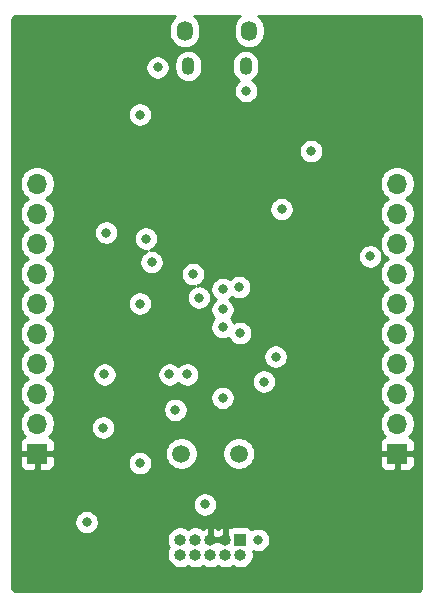
<source format=gbr>
G04 #@! TF.GenerationSoftware,KiCad,Pcbnew,(5.1.9)-1*
G04 #@! TF.CreationDate,2021-04-03T09:41:49-07:00*
G04 #@! TF.ProjectId,Avionics,4176696f-6e69-4637-932e-6b696361645f,rev?*
G04 #@! TF.SameCoordinates,Original*
G04 #@! TF.FileFunction,Copper,L3,Inr*
G04 #@! TF.FilePolarity,Positive*
%FSLAX46Y46*%
G04 Gerber Fmt 4.6, Leading zero omitted, Abs format (unit mm)*
G04 Created by KiCad (PCBNEW (5.1.9)-1) date 2021-04-03 09:41:49*
%MOMM*%
%LPD*%
G01*
G04 APERTURE LIST*
G04 #@! TA.AperFunction,ComponentPad*
%ADD10R,1.700000X1.700000*%
G04 #@! TD*
G04 #@! TA.AperFunction,ComponentPad*
%ADD11O,1.700000X1.700000*%
G04 #@! TD*
G04 #@! TA.AperFunction,ComponentPad*
%ADD12R,1.000000X1.000000*%
G04 #@! TD*
G04 #@! TA.AperFunction,ComponentPad*
%ADD13O,1.000000X1.000000*%
G04 #@! TD*
G04 #@! TA.AperFunction,ComponentPad*
%ADD14O,1.100000X1.500000*%
G04 #@! TD*
G04 #@! TA.AperFunction,ComponentPad*
%ADD15O,1.350000X1.700000*%
G04 #@! TD*
G04 #@! TA.AperFunction,ComponentPad*
%ADD16C,1.500000*%
G04 #@! TD*
G04 #@! TA.AperFunction,ViaPad*
%ADD17C,0.800000*%
G04 #@! TD*
G04 #@! TA.AperFunction,Conductor*
%ADD18C,0.254000*%
G04 #@! TD*
G04 #@! TA.AperFunction,Conductor*
%ADD19C,0.100000*%
G04 #@! TD*
G04 APERTURE END LIST*
D10*
X192280000Y-96700000D03*
D11*
X192280000Y-94160000D03*
X192280000Y-91620000D03*
X192280000Y-89080000D03*
X192280000Y-86540000D03*
X192280000Y-84000000D03*
X192280000Y-81460000D03*
X192280000Y-78920000D03*
X192280000Y-76380000D03*
X192280000Y-73840000D03*
D12*
X179000000Y-104000000D03*
D13*
X179000000Y-105270000D03*
X177730000Y-104000000D03*
X177730000Y-105270000D03*
X176460000Y-104000000D03*
X176460000Y-105270000D03*
X175190000Y-104000000D03*
X175190000Y-105270000D03*
X173920000Y-104000000D03*
X173920000Y-105270000D03*
D14*
X179445000Y-63885000D03*
X174605000Y-63885000D03*
D15*
X179755000Y-60885000D03*
X174295000Y-60885000D03*
D16*
X174000000Y-96700000D03*
X178880000Y-96700000D03*
D10*
X161800000Y-96700000D03*
D11*
X161800000Y-94160000D03*
X161800000Y-91620000D03*
X161800000Y-89080000D03*
X161800000Y-86540000D03*
X161800000Y-84000000D03*
X161800000Y-81460000D03*
X161800000Y-78920000D03*
X161800000Y-76380000D03*
X161800000Y-73840000D03*
D17*
X190500000Y-61000000D03*
X192500000Y-71000000D03*
X175000000Y-67500000D03*
X172900000Y-74000000D03*
X183300000Y-72400000D03*
X185500000Y-77500000D03*
X186000000Y-81000000D03*
X184000000Y-100000000D03*
X190000000Y-106000000D03*
X192300000Y-99000000D03*
X181000000Y-94500000D03*
X163500000Y-61000000D03*
X167000000Y-63500000D03*
X169000000Y-86500000D03*
X164000000Y-100500000D03*
X178500000Y-101500000D03*
X166300000Y-72000000D03*
X182000000Y-61900000D03*
X187900000Y-87600000D03*
X185000000Y-71100000D03*
X167400000Y-94500000D03*
X166000000Y-102500000D03*
X172000000Y-64000000D03*
X170500000Y-68000000D03*
X171000000Y-78500000D03*
X174500000Y-90000000D03*
X181000000Y-90600000D03*
X182000000Y-88500000D03*
X182500000Y-76000000D03*
X180500000Y-104000000D03*
X178900000Y-82600000D03*
X177504878Y-91974141D03*
X176000000Y-101000000D03*
X190000000Y-80000000D03*
X170500000Y-84000000D03*
X167640000Y-78000000D03*
X179500000Y-66000000D03*
X177500000Y-84500000D03*
X173000000Y-90000000D03*
X167500000Y-90000000D03*
X177500000Y-86000000D03*
X173500000Y-93000000D03*
X175000000Y-81500000D03*
X171500000Y-80500000D03*
X175500000Y-83500000D03*
X177500000Y-82775000D03*
X170500000Y-97500000D03*
X179000000Y-86500000D03*
D18*
X173364209Y-59779208D02*
X173200505Y-59978682D01*
X173078862Y-60206259D01*
X173003955Y-60453195D01*
X172985000Y-60645649D01*
X172985000Y-61124350D01*
X173003955Y-61316804D01*
X173078862Y-61563740D01*
X173200505Y-61791317D01*
X173364208Y-61990792D01*
X173563682Y-62154495D01*
X173791259Y-62276138D01*
X174038195Y-62351045D01*
X174295000Y-62376338D01*
X174551804Y-62351045D01*
X174798740Y-62276138D01*
X175026317Y-62154495D01*
X175225792Y-61990792D01*
X175389495Y-61791318D01*
X175511138Y-61563741D01*
X175586045Y-61316805D01*
X175605000Y-61124351D01*
X175605000Y-60645650D01*
X175586045Y-60453196D01*
X175511138Y-60206260D01*
X175389495Y-59978682D01*
X175225792Y-59779208D01*
X175080536Y-59660000D01*
X178969465Y-59660000D01*
X178824209Y-59779208D01*
X178660505Y-59978682D01*
X178538862Y-60206259D01*
X178463955Y-60453195D01*
X178445000Y-60645649D01*
X178445000Y-61124350D01*
X178463955Y-61316804D01*
X178538862Y-61563740D01*
X178660505Y-61791317D01*
X178824208Y-61990792D01*
X179023682Y-62154495D01*
X179251259Y-62276138D01*
X179498195Y-62351045D01*
X179755000Y-62376338D01*
X180011804Y-62351045D01*
X180258740Y-62276138D01*
X180486317Y-62154495D01*
X180685792Y-61990792D01*
X180849495Y-61791318D01*
X180971138Y-61563741D01*
X181046045Y-61316805D01*
X181065000Y-61124351D01*
X181065000Y-60645650D01*
X181046045Y-60453196D01*
X180971138Y-60206260D01*
X180849495Y-59978682D01*
X180685792Y-59779208D01*
X180540536Y-59660000D01*
X193967721Y-59660000D01*
X194065424Y-59669580D01*
X194128356Y-59688580D01*
X194186405Y-59719445D01*
X194237343Y-59760989D01*
X194279248Y-59811644D01*
X194310515Y-59869471D01*
X194329956Y-59932272D01*
X194340001Y-60027845D01*
X194340000Y-107967721D01*
X194330420Y-108065424D01*
X194311420Y-108128357D01*
X194280554Y-108186406D01*
X194239011Y-108237343D01*
X194188356Y-108279248D01*
X194130529Y-108310515D01*
X194067728Y-108329956D01*
X193972165Y-108340000D01*
X160032279Y-108340000D01*
X159934576Y-108330420D01*
X159871643Y-108311420D01*
X159813594Y-108280554D01*
X159762657Y-108239011D01*
X159720752Y-108188356D01*
X159689485Y-108130529D01*
X159670044Y-108067728D01*
X159660000Y-107972165D01*
X159660000Y-103888212D01*
X172785000Y-103888212D01*
X172785000Y-104111788D01*
X172828617Y-104331067D01*
X172914176Y-104537624D01*
X172979241Y-104635000D01*
X172914176Y-104732376D01*
X172828617Y-104938933D01*
X172785000Y-105158212D01*
X172785000Y-105381788D01*
X172828617Y-105601067D01*
X172914176Y-105807624D01*
X173038388Y-105993520D01*
X173196480Y-106151612D01*
X173382376Y-106275824D01*
X173588933Y-106361383D01*
X173808212Y-106405000D01*
X174031788Y-106405000D01*
X174251067Y-106361383D01*
X174457624Y-106275824D01*
X174555000Y-106210759D01*
X174652376Y-106275824D01*
X174858933Y-106361383D01*
X175078212Y-106405000D01*
X175301788Y-106405000D01*
X175521067Y-106361383D01*
X175727624Y-106275824D01*
X175825000Y-106210759D01*
X175922376Y-106275824D01*
X176128933Y-106361383D01*
X176348212Y-106405000D01*
X176571788Y-106405000D01*
X176791067Y-106361383D01*
X176997624Y-106275824D01*
X177095000Y-106210759D01*
X177192376Y-106275824D01*
X177398933Y-106361383D01*
X177618212Y-106405000D01*
X177841788Y-106405000D01*
X178061067Y-106361383D01*
X178267624Y-106275824D01*
X178365000Y-106210759D01*
X178462376Y-106275824D01*
X178668933Y-106361383D01*
X178888212Y-106405000D01*
X179111788Y-106405000D01*
X179331067Y-106361383D01*
X179537624Y-106275824D01*
X179723520Y-106151612D01*
X179881612Y-105993520D01*
X180005824Y-105807624D01*
X180091383Y-105601067D01*
X180135000Y-105381788D01*
X180135000Y-105158212D01*
X180094003Y-104952107D01*
X180198102Y-104995226D01*
X180398061Y-105035000D01*
X180601939Y-105035000D01*
X180801898Y-104995226D01*
X180990256Y-104917205D01*
X181159774Y-104803937D01*
X181303937Y-104659774D01*
X181417205Y-104490256D01*
X181495226Y-104301898D01*
X181535000Y-104101939D01*
X181535000Y-103898061D01*
X181495226Y-103698102D01*
X181417205Y-103509744D01*
X181303937Y-103340226D01*
X181159774Y-103196063D01*
X180990256Y-103082795D01*
X180801898Y-103004774D01*
X180601939Y-102965000D01*
X180398061Y-102965000D01*
X180198102Y-103004774D01*
X180009744Y-103082795D01*
X179989934Y-103096031D01*
X179951185Y-103048815D01*
X179854494Y-102969463D01*
X179744180Y-102910498D01*
X179624482Y-102874188D01*
X179500000Y-102861928D01*
X178500000Y-102861928D01*
X178375518Y-102874188D01*
X178255820Y-102910498D01*
X178166820Y-102958070D01*
X178086864Y-102922554D01*
X178031874Y-102905881D01*
X177857000Y-103032046D01*
X177857000Y-103873000D01*
X177861928Y-103873000D01*
X177861928Y-104127000D01*
X177857000Y-104127000D01*
X177857000Y-104138026D01*
X177841788Y-104135000D01*
X177618212Y-104135000D01*
X177603000Y-104138026D01*
X177603000Y-104127000D01*
X176587000Y-104127000D01*
X176587000Y-104138026D01*
X176571788Y-104135000D01*
X176348212Y-104135000D01*
X176333000Y-104138026D01*
X176333000Y-104127000D01*
X176321974Y-104127000D01*
X176325000Y-104111788D01*
X176325000Y-103888212D01*
X176321974Y-103873000D01*
X176333000Y-103873000D01*
X176333000Y-103032046D01*
X176587000Y-103032046D01*
X176587000Y-103873000D01*
X177603000Y-103873000D01*
X177603000Y-103032046D01*
X177428126Y-102905881D01*
X177373136Y-102922554D01*
X177169794Y-103012877D01*
X177095000Y-103065639D01*
X177020206Y-103012877D01*
X176816864Y-102922554D01*
X176761874Y-102905881D01*
X176587000Y-103032046D01*
X176333000Y-103032046D01*
X176158126Y-102905881D01*
X176103136Y-102922554D01*
X175899794Y-103012877D01*
X175829658Y-103062353D01*
X175727624Y-102994176D01*
X175521067Y-102908617D01*
X175301788Y-102865000D01*
X175078212Y-102865000D01*
X174858933Y-102908617D01*
X174652376Y-102994176D01*
X174555000Y-103059241D01*
X174457624Y-102994176D01*
X174251067Y-102908617D01*
X174031788Y-102865000D01*
X173808212Y-102865000D01*
X173588933Y-102908617D01*
X173382376Y-102994176D01*
X173196480Y-103118388D01*
X173038388Y-103276480D01*
X172914176Y-103462376D01*
X172828617Y-103668933D01*
X172785000Y-103888212D01*
X159660000Y-103888212D01*
X159660000Y-102398061D01*
X164965000Y-102398061D01*
X164965000Y-102601939D01*
X165004774Y-102801898D01*
X165082795Y-102990256D01*
X165196063Y-103159774D01*
X165340226Y-103303937D01*
X165509744Y-103417205D01*
X165698102Y-103495226D01*
X165898061Y-103535000D01*
X166101939Y-103535000D01*
X166301898Y-103495226D01*
X166490256Y-103417205D01*
X166659774Y-103303937D01*
X166803937Y-103159774D01*
X166917205Y-102990256D01*
X166995226Y-102801898D01*
X167035000Y-102601939D01*
X167035000Y-102398061D01*
X166995226Y-102198102D01*
X166917205Y-102009744D01*
X166803937Y-101840226D01*
X166659774Y-101696063D01*
X166490256Y-101582795D01*
X166301898Y-101504774D01*
X166101939Y-101465000D01*
X165898061Y-101465000D01*
X165698102Y-101504774D01*
X165509744Y-101582795D01*
X165340226Y-101696063D01*
X165196063Y-101840226D01*
X165082795Y-102009744D01*
X165004774Y-102198102D01*
X164965000Y-102398061D01*
X159660000Y-102398061D01*
X159660000Y-100898061D01*
X174965000Y-100898061D01*
X174965000Y-101101939D01*
X175004774Y-101301898D01*
X175082795Y-101490256D01*
X175196063Y-101659774D01*
X175340226Y-101803937D01*
X175509744Y-101917205D01*
X175698102Y-101995226D01*
X175898061Y-102035000D01*
X176101939Y-102035000D01*
X176301898Y-101995226D01*
X176490256Y-101917205D01*
X176659774Y-101803937D01*
X176803937Y-101659774D01*
X176917205Y-101490256D01*
X176995226Y-101301898D01*
X177035000Y-101101939D01*
X177035000Y-100898061D01*
X176995226Y-100698102D01*
X176917205Y-100509744D01*
X176803937Y-100340226D01*
X176659774Y-100196063D01*
X176490256Y-100082795D01*
X176301898Y-100004774D01*
X176101939Y-99965000D01*
X175898061Y-99965000D01*
X175698102Y-100004774D01*
X175509744Y-100082795D01*
X175340226Y-100196063D01*
X175196063Y-100340226D01*
X175082795Y-100509744D01*
X175004774Y-100698102D01*
X174965000Y-100898061D01*
X159660000Y-100898061D01*
X159660000Y-97550000D01*
X160311928Y-97550000D01*
X160324188Y-97674482D01*
X160360498Y-97794180D01*
X160419463Y-97904494D01*
X160498815Y-98001185D01*
X160595506Y-98080537D01*
X160705820Y-98139502D01*
X160825518Y-98175812D01*
X160950000Y-98188072D01*
X161514250Y-98185000D01*
X161673000Y-98026250D01*
X161673000Y-96827000D01*
X161927000Y-96827000D01*
X161927000Y-98026250D01*
X162085750Y-98185000D01*
X162650000Y-98188072D01*
X162774482Y-98175812D01*
X162894180Y-98139502D01*
X163004494Y-98080537D01*
X163101185Y-98001185D01*
X163180537Y-97904494D01*
X163239502Y-97794180D01*
X163275812Y-97674482D01*
X163288072Y-97550000D01*
X163287245Y-97398061D01*
X169465000Y-97398061D01*
X169465000Y-97601939D01*
X169504774Y-97801898D01*
X169582795Y-97990256D01*
X169696063Y-98159774D01*
X169840226Y-98303937D01*
X170009744Y-98417205D01*
X170198102Y-98495226D01*
X170398061Y-98535000D01*
X170601939Y-98535000D01*
X170801898Y-98495226D01*
X170990256Y-98417205D01*
X171159774Y-98303937D01*
X171303937Y-98159774D01*
X171417205Y-97990256D01*
X171495226Y-97801898D01*
X171535000Y-97601939D01*
X171535000Y-97398061D01*
X171495226Y-97198102D01*
X171417205Y-97009744D01*
X171303937Y-96840226D01*
X171159774Y-96696063D01*
X170990256Y-96582795D01*
X170943889Y-96563589D01*
X172615000Y-96563589D01*
X172615000Y-96836411D01*
X172668225Y-97103989D01*
X172772629Y-97356043D01*
X172924201Y-97582886D01*
X173117114Y-97775799D01*
X173343957Y-97927371D01*
X173596011Y-98031775D01*
X173863589Y-98085000D01*
X174136411Y-98085000D01*
X174403989Y-98031775D01*
X174656043Y-97927371D01*
X174882886Y-97775799D01*
X175075799Y-97582886D01*
X175227371Y-97356043D01*
X175331775Y-97103989D01*
X175385000Y-96836411D01*
X175385000Y-96563589D01*
X177495000Y-96563589D01*
X177495000Y-96836411D01*
X177548225Y-97103989D01*
X177652629Y-97356043D01*
X177804201Y-97582886D01*
X177997114Y-97775799D01*
X178223957Y-97927371D01*
X178476011Y-98031775D01*
X178743589Y-98085000D01*
X179016411Y-98085000D01*
X179283989Y-98031775D01*
X179536043Y-97927371D01*
X179762886Y-97775799D01*
X179955799Y-97582886D01*
X179977772Y-97550000D01*
X190791928Y-97550000D01*
X190804188Y-97674482D01*
X190840498Y-97794180D01*
X190899463Y-97904494D01*
X190978815Y-98001185D01*
X191075506Y-98080537D01*
X191185820Y-98139502D01*
X191305518Y-98175812D01*
X191430000Y-98188072D01*
X191994250Y-98185000D01*
X192153000Y-98026250D01*
X192153000Y-96827000D01*
X192407000Y-96827000D01*
X192407000Y-98026250D01*
X192565750Y-98185000D01*
X193130000Y-98188072D01*
X193254482Y-98175812D01*
X193374180Y-98139502D01*
X193484494Y-98080537D01*
X193581185Y-98001185D01*
X193660537Y-97904494D01*
X193719502Y-97794180D01*
X193755812Y-97674482D01*
X193768072Y-97550000D01*
X193765000Y-96985750D01*
X193606250Y-96827000D01*
X192407000Y-96827000D01*
X192153000Y-96827000D01*
X190953750Y-96827000D01*
X190795000Y-96985750D01*
X190791928Y-97550000D01*
X179977772Y-97550000D01*
X180107371Y-97356043D01*
X180211775Y-97103989D01*
X180265000Y-96836411D01*
X180265000Y-96563589D01*
X180211775Y-96296011D01*
X180107371Y-96043957D01*
X179955799Y-95817114D01*
X179762886Y-95624201D01*
X179536043Y-95472629D01*
X179283989Y-95368225D01*
X179016411Y-95315000D01*
X178743589Y-95315000D01*
X178476011Y-95368225D01*
X178223957Y-95472629D01*
X177997114Y-95624201D01*
X177804201Y-95817114D01*
X177652629Y-96043957D01*
X177548225Y-96296011D01*
X177495000Y-96563589D01*
X175385000Y-96563589D01*
X175331775Y-96296011D01*
X175227371Y-96043957D01*
X175075799Y-95817114D01*
X174882886Y-95624201D01*
X174656043Y-95472629D01*
X174403989Y-95368225D01*
X174136411Y-95315000D01*
X173863589Y-95315000D01*
X173596011Y-95368225D01*
X173343957Y-95472629D01*
X173117114Y-95624201D01*
X172924201Y-95817114D01*
X172772629Y-96043957D01*
X172668225Y-96296011D01*
X172615000Y-96563589D01*
X170943889Y-96563589D01*
X170801898Y-96504774D01*
X170601939Y-96465000D01*
X170398061Y-96465000D01*
X170198102Y-96504774D01*
X170009744Y-96582795D01*
X169840226Y-96696063D01*
X169696063Y-96840226D01*
X169582795Y-97009744D01*
X169504774Y-97198102D01*
X169465000Y-97398061D01*
X163287245Y-97398061D01*
X163285000Y-96985750D01*
X163126250Y-96827000D01*
X161927000Y-96827000D01*
X161673000Y-96827000D01*
X160473750Y-96827000D01*
X160315000Y-96985750D01*
X160311928Y-97550000D01*
X159660000Y-97550000D01*
X159660000Y-95850000D01*
X160311928Y-95850000D01*
X160315000Y-96414250D01*
X160473750Y-96573000D01*
X161673000Y-96573000D01*
X161673000Y-96553000D01*
X161927000Y-96553000D01*
X161927000Y-96573000D01*
X163126250Y-96573000D01*
X163285000Y-96414250D01*
X163288072Y-95850000D01*
X163275812Y-95725518D01*
X163239502Y-95605820D01*
X163180537Y-95495506D01*
X163101185Y-95398815D01*
X163004494Y-95319463D01*
X162894180Y-95260498D01*
X162821620Y-95238487D01*
X162953475Y-95106632D01*
X163115990Y-94863411D01*
X163227932Y-94593158D01*
X163266739Y-94398061D01*
X166365000Y-94398061D01*
X166365000Y-94601939D01*
X166404774Y-94801898D01*
X166482795Y-94990256D01*
X166596063Y-95159774D01*
X166740226Y-95303937D01*
X166909744Y-95417205D01*
X167098102Y-95495226D01*
X167298061Y-95535000D01*
X167501939Y-95535000D01*
X167701898Y-95495226D01*
X167890256Y-95417205D01*
X168059774Y-95303937D01*
X168203937Y-95159774D01*
X168317205Y-94990256D01*
X168395226Y-94801898D01*
X168435000Y-94601939D01*
X168435000Y-94398061D01*
X168395226Y-94198102D01*
X168317205Y-94009744D01*
X168203937Y-93840226D01*
X168059774Y-93696063D01*
X167890256Y-93582795D01*
X167701898Y-93504774D01*
X167501939Y-93465000D01*
X167298061Y-93465000D01*
X167098102Y-93504774D01*
X166909744Y-93582795D01*
X166740226Y-93696063D01*
X166596063Y-93840226D01*
X166482795Y-94009744D01*
X166404774Y-94198102D01*
X166365000Y-94398061D01*
X163266739Y-94398061D01*
X163285000Y-94306260D01*
X163285000Y-94013740D01*
X163227932Y-93726842D01*
X163115990Y-93456589D01*
X162953475Y-93213368D01*
X162746632Y-93006525D01*
X162584305Y-92898061D01*
X172465000Y-92898061D01*
X172465000Y-93101939D01*
X172504774Y-93301898D01*
X172582795Y-93490256D01*
X172696063Y-93659774D01*
X172840226Y-93803937D01*
X173009744Y-93917205D01*
X173198102Y-93995226D01*
X173398061Y-94035000D01*
X173601939Y-94035000D01*
X173801898Y-93995226D01*
X173990256Y-93917205D01*
X174159774Y-93803937D01*
X174303937Y-93659774D01*
X174417205Y-93490256D01*
X174495226Y-93301898D01*
X174535000Y-93101939D01*
X174535000Y-92898061D01*
X174495226Y-92698102D01*
X174417205Y-92509744D01*
X174303937Y-92340226D01*
X174159774Y-92196063D01*
X173990256Y-92082795D01*
X173801898Y-92004774D01*
X173601939Y-91965000D01*
X173398061Y-91965000D01*
X173198102Y-92004774D01*
X173009744Y-92082795D01*
X172840226Y-92196063D01*
X172696063Y-92340226D01*
X172582795Y-92509744D01*
X172504774Y-92698102D01*
X172465000Y-92898061D01*
X162584305Y-92898061D01*
X162572240Y-92890000D01*
X162746632Y-92773475D01*
X162953475Y-92566632D01*
X163115990Y-92323411D01*
X163227932Y-92053158D01*
X163263926Y-91872202D01*
X176469878Y-91872202D01*
X176469878Y-92076080D01*
X176509652Y-92276039D01*
X176587673Y-92464397D01*
X176700941Y-92633915D01*
X176845104Y-92778078D01*
X177014622Y-92891346D01*
X177202980Y-92969367D01*
X177402939Y-93009141D01*
X177606817Y-93009141D01*
X177806776Y-92969367D01*
X177995134Y-92891346D01*
X178164652Y-92778078D01*
X178308815Y-92633915D01*
X178422083Y-92464397D01*
X178500104Y-92276039D01*
X178539878Y-92076080D01*
X178539878Y-91872202D01*
X178500104Y-91672243D01*
X178422083Y-91483885D01*
X178308815Y-91314367D01*
X178164652Y-91170204D01*
X177995134Y-91056936D01*
X177806776Y-90978915D01*
X177606817Y-90939141D01*
X177402939Y-90939141D01*
X177202980Y-90978915D01*
X177014622Y-91056936D01*
X176845104Y-91170204D01*
X176700941Y-91314367D01*
X176587673Y-91483885D01*
X176509652Y-91672243D01*
X176469878Y-91872202D01*
X163263926Y-91872202D01*
X163285000Y-91766260D01*
X163285000Y-91473740D01*
X163227932Y-91186842D01*
X163115990Y-90916589D01*
X162953475Y-90673368D01*
X162746632Y-90466525D01*
X162572240Y-90350000D01*
X162746632Y-90233475D01*
X162953475Y-90026632D01*
X163039383Y-89898061D01*
X166465000Y-89898061D01*
X166465000Y-90101939D01*
X166504774Y-90301898D01*
X166582795Y-90490256D01*
X166696063Y-90659774D01*
X166840226Y-90803937D01*
X167009744Y-90917205D01*
X167198102Y-90995226D01*
X167398061Y-91035000D01*
X167601939Y-91035000D01*
X167801898Y-90995226D01*
X167990256Y-90917205D01*
X168159774Y-90803937D01*
X168303937Y-90659774D01*
X168417205Y-90490256D01*
X168495226Y-90301898D01*
X168535000Y-90101939D01*
X168535000Y-89898061D01*
X171965000Y-89898061D01*
X171965000Y-90101939D01*
X172004774Y-90301898D01*
X172082795Y-90490256D01*
X172196063Y-90659774D01*
X172340226Y-90803937D01*
X172509744Y-90917205D01*
X172698102Y-90995226D01*
X172898061Y-91035000D01*
X173101939Y-91035000D01*
X173301898Y-90995226D01*
X173490256Y-90917205D01*
X173659774Y-90803937D01*
X173750000Y-90713711D01*
X173840226Y-90803937D01*
X174009744Y-90917205D01*
X174198102Y-90995226D01*
X174398061Y-91035000D01*
X174601939Y-91035000D01*
X174801898Y-90995226D01*
X174990256Y-90917205D01*
X175159774Y-90803937D01*
X175303937Y-90659774D01*
X175411989Y-90498061D01*
X179965000Y-90498061D01*
X179965000Y-90701939D01*
X180004774Y-90901898D01*
X180082795Y-91090256D01*
X180196063Y-91259774D01*
X180340226Y-91403937D01*
X180509744Y-91517205D01*
X180698102Y-91595226D01*
X180898061Y-91635000D01*
X181101939Y-91635000D01*
X181301898Y-91595226D01*
X181490256Y-91517205D01*
X181659774Y-91403937D01*
X181803937Y-91259774D01*
X181917205Y-91090256D01*
X181995226Y-90901898D01*
X182035000Y-90701939D01*
X182035000Y-90498061D01*
X181995226Y-90298102D01*
X181917205Y-90109744D01*
X181803937Y-89940226D01*
X181659774Y-89796063D01*
X181490256Y-89682795D01*
X181301898Y-89604774D01*
X181101939Y-89565000D01*
X180898061Y-89565000D01*
X180698102Y-89604774D01*
X180509744Y-89682795D01*
X180340226Y-89796063D01*
X180196063Y-89940226D01*
X180082795Y-90109744D01*
X180004774Y-90298102D01*
X179965000Y-90498061D01*
X175411989Y-90498061D01*
X175417205Y-90490256D01*
X175495226Y-90301898D01*
X175535000Y-90101939D01*
X175535000Y-89898061D01*
X175495226Y-89698102D01*
X175417205Y-89509744D01*
X175303937Y-89340226D01*
X175159774Y-89196063D01*
X174990256Y-89082795D01*
X174801898Y-89004774D01*
X174601939Y-88965000D01*
X174398061Y-88965000D01*
X174198102Y-89004774D01*
X174009744Y-89082795D01*
X173840226Y-89196063D01*
X173750000Y-89286289D01*
X173659774Y-89196063D01*
X173490256Y-89082795D01*
X173301898Y-89004774D01*
X173101939Y-88965000D01*
X172898061Y-88965000D01*
X172698102Y-89004774D01*
X172509744Y-89082795D01*
X172340226Y-89196063D01*
X172196063Y-89340226D01*
X172082795Y-89509744D01*
X172004774Y-89698102D01*
X171965000Y-89898061D01*
X168535000Y-89898061D01*
X168495226Y-89698102D01*
X168417205Y-89509744D01*
X168303937Y-89340226D01*
X168159774Y-89196063D01*
X167990256Y-89082795D01*
X167801898Y-89004774D01*
X167601939Y-88965000D01*
X167398061Y-88965000D01*
X167198102Y-89004774D01*
X167009744Y-89082795D01*
X166840226Y-89196063D01*
X166696063Y-89340226D01*
X166582795Y-89509744D01*
X166504774Y-89698102D01*
X166465000Y-89898061D01*
X163039383Y-89898061D01*
X163115990Y-89783411D01*
X163227932Y-89513158D01*
X163285000Y-89226260D01*
X163285000Y-88933740D01*
X163227932Y-88646842D01*
X163124884Y-88398061D01*
X180965000Y-88398061D01*
X180965000Y-88601939D01*
X181004774Y-88801898D01*
X181082795Y-88990256D01*
X181196063Y-89159774D01*
X181340226Y-89303937D01*
X181509744Y-89417205D01*
X181698102Y-89495226D01*
X181898061Y-89535000D01*
X182101939Y-89535000D01*
X182301898Y-89495226D01*
X182490256Y-89417205D01*
X182659774Y-89303937D01*
X182803937Y-89159774D01*
X182917205Y-88990256D01*
X182995226Y-88801898D01*
X183035000Y-88601939D01*
X183035000Y-88398061D01*
X182995226Y-88198102D01*
X182917205Y-88009744D01*
X182803937Y-87840226D01*
X182659774Y-87696063D01*
X182490256Y-87582795D01*
X182301898Y-87504774D01*
X182101939Y-87465000D01*
X181898061Y-87465000D01*
X181698102Y-87504774D01*
X181509744Y-87582795D01*
X181340226Y-87696063D01*
X181196063Y-87840226D01*
X181082795Y-88009744D01*
X181004774Y-88198102D01*
X180965000Y-88398061D01*
X163124884Y-88398061D01*
X163115990Y-88376589D01*
X162953475Y-88133368D01*
X162746632Y-87926525D01*
X162572240Y-87810000D01*
X162746632Y-87693475D01*
X162953475Y-87486632D01*
X163115990Y-87243411D01*
X163227932Y-86973158D01*
X163285000Y-86686260D01*
X163285000Y-86393740D01*
X163227932Y-86106842D01*
X163115990Y-85836589D01*
X162953475Y-85593368D01*
X162746632Y-85386525D01*
X162572240Y-85270000D01*
X162746632Y-85153475D01*
X162953475Y-84946632D01*
X163115990Y-84703411D01*
X163227932Y-84433158D01*
X163285000Y-84146260D01*
X163285000Y-83898061D01*
X169465000Y-83898061D01*
X169465000Y-84101939D01*
X169504774Y-84301898D01*
X169582795Y-84490256D01*
X169696063Y-84659774D01*
X169840226Y-84803937D01*
X170009744Y-84917205D01*
X170198102Y-84995226D01*
X170398061Y-85035000D01*
X170601939Y-85035000D01*
X170801898Y-84995226D01*
X170990256Y-84917205D01*
X171159774Y-84803937D01*
X171303937Y-84659774D01*
X171417205Y-84490256D01*
X171495226Y-84301898D01*
X171535000Y-84101939D01*
X171535000Y-83898061D01*
X171495226Y-83698102D01*
X171417205Y-83509744D01*
X171303937Y-83340226D01*
X171159774Y-83196063D01*
X170990256Y-83082795D01*
X170801898Y-83004774D01*
X170601939Y-82965000D01*
X170398061Y-82965000D01*
X170198102Y-83004774D01*
X170009744Y-83082795D01*
X169840226Y-83196063D01*
X169696063Y-83340226D01*
X169582795Y-83509744D01*
X169504774Y-83698102D01*
X169465000Y-83898061D01*
X163285000Y-83898061D01*
X163285000Y-83853740D01*
X163227932Y-83566842D01*
X163115990Y-83296589D01*
X162953475Y-83053368D01*
X162746632Y-82846525D01*
X162572240Y-82730000D01*
X162746632Y-82613475D01*
X162953475Y-82406632D01*
X163115990Y-82163411D01*
X163227932Y-81893158D01*
X163285000Y-81606260D01*
X163285000Y-81313740D01*
X163227932Y-81026842D01*
X163115990Y-80756589D01*
X162953475Y-80513368D01*
X162746632Y-80306525D01*
X162572240Y-80190000D01*
X162746632Y-80073475D01*
X162953475Y-79866632D01*
X163115990Y-79623411D01*
X163227932Y-79353158D01*
X163285000Y-79066260D01*
X163285000Y-78773740D01*
X163227932Y-78486842D01*
X163115990Y-78216589D01*
X162953475Y-77973368D01*
X162878168Y-77898061D01*
X166605000Y-77898061D01*
X166605000Y-78101939D01*
X166644774Y-78301898D01*
X166722795Y-78490256D01*
X166836063Y-78659774D01*
X166980226Y-78803937D01*
X167149744Y-78917205D01*
X167338102Y-78995226D01*
X167538061Y-79035000D01*
X167741939Y-79035000D01*
X167941898Y-78995226D01*
X168130256Y-78917205D01*
X168299774Y-78803937D01*
X168443937Y-78659774D01*
X168557205Y-78490256D01*
X168595393Y-78398061D01*
X169965000Y-78398061D01*
X169965000Y-78601939D01*
X170004774Y-78801898D01*
X170082795Y-78990256D01*
X170196063Y-79159774D01*
X170340226Y-79303937D01*
X170509744Y-79417205D01*
X170698102Y-79495226D01*
X170898061Y-79535000D01*
X171101939Y-79535000D01*
X171146556Y-79526125D01*
X171009744Y-79582795D01*
X170840226Y-79696063D01*
X170696063Y-79840226D01*
X170582795Y-80009744D01*
X170504774Y-80198102D01*
X170465000Y-80398061D01*
X170465000Y-80601939D01*
X170504774Y-80801898D01*
X170582795Y-80990256D01*
X170696063Y-81159774D01*
X170840226Y-81303937D01*
X171009744Y-81417205D01*
X171198102Y-81495226D01*
X171398061Y-81535000D01*
X171601939Y-81535000D01*
X171801898Y-81495226D01*
X171990256Y-81417205D01*
X172018907Y-81398061D01*
X173965000Y-81398061D01*
X173965000Y-81601939D01*
X174004774Y-81801898D01*
X174082795Y-81990256D01*
X174196063Y-82159774D01*
X174340226Y-82303937D01*
X174509744Y-82417205D01*
X174698102Y-82495226D01*
X174898061Y-82535000D01*
X175101939Y-82535000D01*
X175146556Y-82526125D01*
X175009744Y-82582795D01*
X174840226Y-82696063D01*
X174696063Y-82840226D01*
X174582795Y-83009744D01*
X174504774Y-83198102D01*
X174465000Y-83398061D01*
X174465000Y-83601939D01*
X174504774Y-83801898D01*
X174582795Y-83990256D01*
X174696063Y-84159774D01*
X174840226Y-84303937D01*
X175009744Y-84417205D01*
X175198102Y-84495226D01*
X175398061Y-84535000D01*
X175601939Y-84535000D01*
X175801898Y-84495226D01*
X175990256Y-84417205D01*
X176159774Y-84303937D01*
X176303937Y-84159774D01*
X176417205Y-83990256D01*
X176495226Y-83801898D01*
X176535000Y-83601939D01*
X176535000Y-83398061D01*
X176495226Y-83198102D01*
X176417205Y-83009744D01*
X176303937Y-82840226D01*
X176159774Y-82696063D01*
X176125349Y-82673061D01*
X176465000Y-82673061D01*
X176465000Y-82876939D01*
X176504774Y-83076898D01*
X176582795Y-83265256D01*
X176696063Y-83434774D01*
X176840226Y-83578937D01*
X176927872Y-83637500D01*
X176840226Y-83696063D01*
X176696063Y-83840226D01*
X176582795Y-84009744D01*
X176504774Y-84198102D01*
X176465000Y-84398061D01*
X176465000Y-84601939D01*
X176504774Y-84801898D01*
X176582795Y-84990256D01*
X176696063Y-85159774D01*
X176786289Y-85250000D01*
X176696063Y-85340226D01*
X176582795Y-85509744D01*
X176504774Y-85698102D01*
X176465000Y-85898061D01*
X176465000Y-86101939D01*
X176504774Y-86301898D01*
X176582795Y-86490256D01*
X176696063Y-86659774D01*
X176840226Y-86803937D01*
X177009744Y-86917205D01*
X177198102Y-86995226D01*
X177398061Y-87035000D01*
X177601939Y-87035000D01*
X177801898Y-86995226D01*
X177990256Y-86917205D01*
X178039035Y-86884612D01*
X178082795Y-86990256D01*
X178196063Y-87159774D01*
X178340226Y-87303937D01*
X178509744Y-87417205D01*
X178698102Y-87495226D01*
X178898061Y-87535000D01*
X179101939Y-87535000D01*
X179301898Y-87495226D01*
X179490256Y-87417205D01*
X179659774Y-87303937D01*
X179803937Y-87159774D01*
X179917205Y-86990256D01*
X179995226Y-86801898D01*
X180035000Y-86601939D01*
X180035000Y-86398061D01*
X179995226Y-86198102D01*
X179917205Y-86009744D01*
X179803937Y-85840226D01*
X179659774Y-85696063D01*
X179490256Y-85582795D01*
X179301898Y-85504774D01*
X179101939Y-85465000D01*
X178898061Y-85465000D01*
X178698102Y-85504774D01*
X178509744Y-85582795D01*
X178460965Y-85615388D01*
X178417205Y-85509744D01*
X178303937Y-85340226D01*
X178213711Y-85250000D01*
X178303937Y-85159774D01*
X178417205Y-84990256D01*
X178495226Y-84801898D01*
X178535000Y-84601939D01*
X178535000Y-84398061D01*
X178495226Y-84198102D01*
X178417205Y-84009744D01*
X178303937Y-83840226D01*
X178159774Y-83696063D01*
X178072128Y-83637500D01*
X178159774Y-83578937D01*
X178296903Y-83441808D01*
X178409744Y-83517205D01*
X178598102Y-83595226D01*
X178798061Y-83635000D01*
X179001939Y-83635000D01*
X179201898Y-83595226D01*
X179390256Y-83517205D01*
X179559774Y-83403937D01*
X179703937Y-83259774D01*
X179817205Y-83090256D01*
X179895226Y-82901898D01*
X179935000Y-82701939D01*
X179935000Y-82498061D01*
X179895226Y-82298102D01*
X179817205Y-82109744D01*
X179703937Y-81940226D01*
X179559774Y-81796063D01*
X179390256Y-81682795D01*
X179201898Y-81604774D01*
X179001939Y-81565000D01*
X178798061Y-81565000D01*
X178598102Y-81604774D01*
X178409744Y-81682795D01*
X178240226Y-81796063D01*
X178103097Y-81933192D01*
X177990256Y-81857795D01*
X177801898Y-81779774D01*
X177601939Y-81740000D01*
X177398061Y-81740000D01*
X177198102Y-81779774D01*
X177009744Y-81857795D01*
X176840226Y-81971063D01*
X176696063Y-82115226D01*
X176582795Y-82284744D01*
X176504774Y-82473102D01*
X176465000Y-82673061D01*
X176125349Y-82673061D01*
X175990256Y-82582795D01*
X175801898Y-82504774D01*
X175601939Y-82465000D01*
X175398061Y-82465000D01*
X175353444Y-82473875D01*
X175490256Y-82417205D01*
X175659774Y-82303937D01*
X175803937Y-82159774D01*
X175917205Y-81990256D01*
X175995226Y-81801898D01*
X176035000Y-81601939D01*
X176035000Y-81398061D01*
X175995226Y-81198102D01*
X175917205Y-81009744D01*
X175803937Y-80840226D01*
X175659774Y-80696063D01*
X175490256Y-80582795D01*
X175301898Y-80504774D01*
X175101939Y-80465000D01*
X174898061Y-80465000D01*
X174698102Y-80504774D01*
X174509744Y-80582795D01*
X174340226Y-80696063D01*
X174196063Y-80840226D01*
X174082795Y-81009744D01*
X174004774Y-81198102D01*
X173965000Y-81398061D01*
X172018907Y-81398061D01*
X172159774Y-81303937D01*
X172303937Y-81159774D01*
X172417205Y-80990256D01*
X172495226Y-80801898D01*
X172535000Y-80601939D01*
X172535000Y-80398061D01*
X172495226Y-80198102D01*
X172417205Y-80009744D01*
X172342582Y-79898061D01*
X188965000Y-79898061D01*
X188965000Y-80101939D01*
X189004774Y-80301898D01*
X189082795Y-80490256D01*
X189196063Y-80659774D01*
X189340226Y-80803937D01*
X189509744Y-80917205D01*
X189698102Y-80995226D01*
X189898061Y-81035000D01*
X190101939Y-81035000D01*
X190301898Y-80995226D01*
X190490256Y-80917205D01*
X190659774Y-80803937D01*
X190803937Y-80659774D01*
X190917205Y-80490256D01*
X190995226Y-80301898D01*
X191035000Y-80101939D01*
X191035000Y-79898061D01*
X190995226Y-79698102D01*
X190964741Y-79624505D01*
X191126525Y-79866632D01*
X191333368Y-80073475D01*
X191507760Y-80190000D01*
X191333368Y-80306525D01*
X191126525Y-80513368D01*
X190964010Y-80756589D01*
X190852068Y-81026842D01*
X190795000Y-81313740D01*
X190795000Y-81606260D01*
X190852068Y-81893158D01*
X190964010Y-82163411D01*
X191126525Y-82406632D01*
X191333368Y-82613475D01*
X191507760Y-82730000D01*
X191333368Y-82846525D01*
X191126525Y-83053368D01*
X190964010Y-83296589D01*
X190852068Y-83566842D01*
X190795000Y-83853740D01*
X190795000Y-84146260D01*
X190852068Y-84433158D01*
X190964010Y-84703411D01*
X191126525Y-84946632D01*
X191333368Y-85153475D01*
X191507760Y-85270000D01*
X191333368Y-85386525D01*
X191126525Y-85593368D01*
X190964010Y-85836589D01*
X190852068Y-86106842D01*
X190795000Y-86393740D01*
X190795000Y-86686260D01*
X190852068Y-86973158D01*
X190964010Y-87243411D01*
X191126525Y-87486632D01*
X191333368Y-87693475D01*
X191507760Y-87810000D01*
X191333368Y-87926525D01*
X191126525Y-88133368D01*
X190964010Y-88376589D01*
X190852068Y-88646842D01*
X190795000Y-88933740D01*
X190795000Y-89226260D01*
X190852068Y-89513158D01*
X190964010Y-89783411D01*
X191126525Y-90026632D01*
X191333368Y-90233475D01*
X191507760Y-90350000D01*
X191333368Y-90466525D01*
X191126525Y-90673368D01*
X190964010Y-90916589D01*
X190852068Y-91186842D01*
X190795000Y-91473740D01*
X190795000Y-91766260D01*
X190852068Y-92053158D01*
X190964010Y-92323411D01*
X191126525Y-92566632D01*
X191333368Y-92773475D01*
X191507760Y-92890000D01*
X191333368Y-93006525D01*
X191126525Y-93213368D01*
X190964010Y-93456589D01*
X190852068Y-93726842D01*
X190795000Y-94013740D01*
X190795000Y-94306260D01*
X190852068Y-94593158D01*
X190964010Y-94863411D01*
X191126525Y-95106632D01*
X191258380Y-95238487D01*
X191185820Y-95260498D01*
X191075506Y-95319463D01*
X190978815Y-95398815D01*
X190899463Y-95495506D01*
X190840498Y-95605820D01*
X190804188Y-95725518D01*
X190791928Y-95850000D01*
X190795000Y-96414250D01*
X190953750Y-96573000D01*
X192153000Y-96573000D01*
X192153000Y-96553000D01*
X192407000Y-96553000D01*
X192407000Y-96573000D01*
X193606250Y-96573000D01*
X193765000Y-96414250D01*
X193768072Y-95850000D01*
X193755812Y-95725518D01*
X193719502Y-95605820D01*
X193660537Y-95495506D01*
X193581185Y-95398815D01*
X193484494Y-95319463D01*
X193374180Y-95260498D01*
X193301620Y-95238487D01*
X193433475Y-95106632D01*
X193595990Y-94863411D01*
X193707932Y-94593158D01*
X193765000Y-94306260D01*
X193765000Y-94013740D01*
X193707932Y-93726842D01*
X193595990Y-93456589D01*
X193433475Y-93213368D01*
X193226632Y-93006525D01*
X193052240Y-92890000D01*
X193226632Y-92773475D01*
X193433475Y-92566632D01*
X193595990Y-92323411D01*
X193707932Y-92053158D01*
X193765000Y-91766260D01*
X193765000Y-91473740D01*
X193707932Y-91186842D01*
X193595990Y-90916589D01*
X193433475Y-90673368D01*
X193226632Y-90466525D01*
X193052240Y-90350000D01*
X193226632Y-90233475D01*
X193433475Y-90026632D01*
X193595990Y-89783411D01*
X193707932Y-89513158D01*
X193765000Y-89226260D01*
X193765000Y-88933740D01*
X193707932Y-88646842D01*
X193595990Y-88376589D01*
X193433475Y-88133368D01*
X193226632Y-87926525D01*
X193052240Y-87810000D01*
X193226632Y-87693475D01*
X193433475Y-87486632D01*
X193595990Y-87243411D01*
X193707932Y-86973158D01*
X193765000Y-86686260D01*
X193765000Y-86393740D01*
X193707932Y-86106842D01*
X193595990Y-85836589D01*
X193433475Y-85593368D01*
X193226632Y-85386525D01*
X193052240Y-85270000D01*
X193226632Y-85153475D01*
X193433475Y-84946632D01*
X193595990Y-84703411D01*
X193707932Y-84433158D01*
X193765000Y-84146260D01*
X193765000Y-83853740D01*
X193707932Y-83566842D01*
X193595990Y-83296589D01*
X193433475Y-83053368D01*
X193226632Y-82846525D01*
X193052240Y-82730000D01*
X193226632Y-82613475D01*
X193433475Y-82406632D01*
X193595990Y-82163411D01*
X193707932Y-81893158D01*
X193765000Y-81606260D01*
X193765000Y-81313740D01*
X193707932Y-81026842D01*
X193595990Y-80756589D01*
X193433475Y-80513368D01*
X193226632Y-80306525D01*
X193052240Y-80190000D01*
X193226632Y-80073475D01*
X193433475Y-79866632D01*
X193595990Y-79623411D01*
X193707932Y-79353158D01*
X193765000Y-79066260D01*
X193765000Y-78773740D01*
X193707932Y-78486842D01*
X193595990Y-78216589D01*
X193433475Y-77973368D01*
X193226632Y-77766525D01*
X193052240Y-77650000D01*
X193226632Y-77533475D01*
X193433475Y-77326632D01*
X193595990Y-77083411D01*
X193707932Y-76813158D01*
X193765000Y-76526260D01*
X193765000Y-76233740D01*
X193707932Y-75946842D01*
X193595990Y-75676589D01*
X193433475Y-75433368D01*
X193226632Y-75226525D01*
X193052240Y-75110000D01*
X193226632Y-74993475D01*
X193433475Y-74786632D01*
X193595990Y-74543411D01*
X193707932Y-74273158D01*
X193765000Y-73986260D01*
X193765000Y-73693740D01*
X193707932Y-73406842D01*
X193595990Y-73136589D01*
X193433475Y-72893368D01*
X193226632Y-72686525D01*
X192983411Y-72524010D01*
X192713158Y-72412068D01*
X192426260Y-72355000D01*
X192133740Y-72355000D01*
X191846842Y-72412068D01*
X191576589Y-72524010D01*
X191333368Y-72686525D01*
X191126525Y-72893368D01*
X190964010Y-73136589D01*
X190852068Y-73406842D01*
X190795000Y-73693740D01*
X190795000Y-73986260D01*
X190852068Y-74273158D01*
X190964010Y-74543411D01*
X191126525Y-74786632D01*
X191333368Y-74993475D01*
X191507760Y-75110000D01*
X191333368Y-75226525D01*
X191126525Y-75433368D01*
X190964010Y-75676589D01*
X190852068Y-75946842D01*
X190795000Y-76233740D01*
X190795000Y-76526260D01*
X190852068Y-76813158D01*
X190964010Y-77083411D01*
X191126525Y-77326632D01*
X191333368Y-77533475D01*
X191507760Y-77650000D01*
X191333368Y-77766525D01*
X191126525Y-77973368D01*
X190964010Y-78216589D01*
X190852068Y-78486842D01*
X190795000Y-78773740D01*
X190795000Y-79066260D01*
X190852068Y-79353158D01*
X190916476Y-79508652D01*
X190803937Y-79340226D01*
X190659774Y-79196063D01*
X190490256Y-79082795D01*
X190301898Y-79004774D01*
X190101939Y-78965000D01*
X189898061Y-78965000D01*
X189698102Y-79004774D01*
X189509744Y-79082795D01*
X189340226Y-79196063D01*
X189196063Y-79340226D01*
X189082795Y-79509744D01*
X189004774Y-79698102D01*
X188965000Y-79898061D01*
X172342582Y-79898061D01*
X172303937Y-79840226D01*
X172159774Y-79696063D01*
X171990256Y-79582795D01*
X171801898Y-79504774D01*
X171601939Y-79465000D01*
X171398061Y-79465000D01*
X171353444Y-79473875D01*
X171490256Y-79417205D01*
X171659774Y-79303937D01*
X171803937Y-79159774D01*
X171917205Y-78990256D01*
X171995226Y-78801898D01*
X172035000Y-78601939D01*
X172035000Y-78398061D01*
X171995226Y-78198102D01*
X171917205Y-78009744D01*
X171803937Y-77840226D01*
X171659774Y-77696063D01*
X171490256Y-77582795D01*
X171301898Y-77504774D01*
X171101939Y-77465000D01*
X170898061Y-77465000D01*
X170698102Y-77504774D01*
X170509744Y-77582795D01*
X170340226Y-77696063D01*
X170196063Y-77840226D01*
X170082795Y-78009744D01*
X170004774Y-78198102D01*
X169965000Y-78398061D01*
X168595393Y-78398061D01*
X168635226Y-78301898D01*
X168675000Y-78101939D01*
X168675000Y-77898061D01*
X168635226Y-77698102D01*
X168557205Y-77509744D01*
X168443937Y-77340226D01*
X168299774Y-77196063D01*
X168130256Y-77082795D01*
X167941898Y-77004774D01*
X167741939Y-76965000D01*
X167538061Y-76965000D01*
X167338102Y-77004774D01*
X167149744Y-77082795D01*
X166980226Y-77196063D01*
X166836063Y-77340226D01*
X166722795Y-77509744D01*
X166644774Y-77698102D01*
X166605000Y-77898061D01*
X162878168Y-77898061D01*
X162746632Y-77766525D01*
X162572240Y-77650000D01*
X162746632Y-77533475D01*
X162953475Y-77326632D01*
X163115990Y-77083411D01*
X163227932Y-76813158D01*
X163285000Y-76526260D01*
X163285000Y-76233740D01*
X163227932Y-75946842D01*
X163207727Y-75898061D01*
X181465000Y-75898061D01*
X181465000Y-76101939D01*
X181504774Y-76301898D01*
X181582795Y-76490256D01*
X181696063Y-76659774D01*
X181840226Y-76803937D01*
X182009744Y-76917205D01*
X182198102Y-76995226D01*
X182398061Y-77035000D01*
X182601939Y-77035000D01*
X182801898Y-76995226D01*
X182990256Y-76917205D01*
X183159774Y-76803937D01*
X183303937Y-76659774D01*
X183417205Y-76490256D01*
X183495226Y-76301898D01*
X183535000Y-76101939D01*
X183535000Y-75898061D01*
X183495226Y-75698102D01*
X183417205Y-75509744D01*
X183303937Y-75340226D01*
X183159774Y-75196063D01*
X182990256Y-75082795D01*
X182801898Y-75004774D01*
X182601939Y-74965000D01*
X182398061Y-74965000D01*
X182198102Y-75004774D01*
X182009744Y-75082795D01*
X181840226Y-75196063D01*
X181696063Y-75340226D01*
X181582795Y-75509744D01*
X181504774Y-75698102D01*
X181465000Y-75898061D01*
X163207727Y-75898061D01*
X163115990Y-75676589D01*
X162953475Y-75433368D01*
X162746632Y-75226525D01*
X162572240Y-75110000D01*
X162746632Y-74993475D01*
X162953475Y-74786632D01*
X163115990Y-74543411D01*
X163227932Y-74273158D01*
X163285000Y-73986260D01*
X163285000Y-73693740D01*
X163227932Y-73406842D01*
X163115990Y-73136589D01*
X162953475Y-72893368D01*
X162746632Y-72686525D01*
X162503411Y-72524010D01*
X162233158Y-72412068D01*
X161946260Y-72355000D01*
X161653740Y-72355000D01*
X161366842Y-72412068D01*
X161096589Y-72524010D01*
X160853368Y-72686525D01*
X160646525Y-72893368D01*
X160484010Y-73136589D01*
X160372068Y-73406842D01*
X160315000Y-73693740D01*
X160315000Y-73986260D01*
X160372068Y-74273158D01*
X160484010Y-74543411D01*
X160646525Y-74786632D01*
X160853368Y-74993475D01*
X161027760Y-75110000D01*
X160853368Y-75226525D01*
X160646525Y-75433368D01*
X160484010Y-75676589D01*
X160372068Y-75946842D01*
X160315000Y-76233740D01*
X160315000Y-76526260D01*
X160372068Y-76813158D01*
X160484010Y-77083411D01*
X160646525Y-77326632D01*
X160853368Y-77533475D01*
X161027760Y-77650000D01*
X160853368Y-77766525D01*
X160646525Y-77973368D01*
X160484010Y-78216589D01*
X160372068Y-78486842D01*
X160315000Y-78773740D01*
X160315000Y-79066260D01*
X160372068Y-79353158D01*
X160484010Y-79623411D01*
X160646525Y-79866632D01*
X160853368Y-80073475D01*
X161027760Y-80190000D01*
X160853368Y-80306525D01*
X160646525Y-80513368D01*
X160484010Y-80756589D01*
X160372068Y-81026842D01*
X160315000Y-81313740D01*
X160315000Y-81606260D01*
X160372068Y-81893158D01*
X160484010Y-82163411D01*
X160646525Y-82406632D01*
X160853368Y-82613475D01*
X161027760Y-82730000D01*
X160853368Y-82846525D01*
X160646525Y-83053368D01*
X160484010Y-83296589D01*
X160372068Y-83566842D01*
X160315000Y-83853740D01*
X160315000Y-84146260D01*
X160372068Y-84433158D01*
X160484010Y-84703411D01*
X160646525Y-84946632D01*
X160853368Y-85153475D01*
X161027760Y-85270000D01*
X160853368Y-85386525D01*
X160646525Y-85593368D01*
X160484010Y-85836589D01*
X160372068Y-86106842D01*
X160315000Y-86393740D01*
X160315000Y-86686260D01*
X160372068Y-86973158D01*
X160484010Y-87243411D01*
X160646525Y-87486632D01*
X160853368Y-87693475D01*
X161027760Y-87810000D01*
X160853368Y-87926525D01*
X160646525Y-88133368D01*
X160484010Y-88376589D01*
X160372068Y-88646842D01*
X160315000Y-88933740D01*
X160315000Y-89226260D01*
X160372068Y-89513158D01*
X160484010Y-89783411D01*
X160646525Y-90026632D01*
X160853368Y-90233475D01*
X161027760Y-90350000D01*
X160853368Y-90466525D01*
X160646525Y-90673368D01*
X160484010Y-90916589D01*
X160372068Y-91186842D01*
X160315000Y-91473740D01*
X160315000Y-91766260D01*
X160372068Y-92053158D01*
X160484010Y-92323411D01*
X160646525Y-92566632D01*
X160853368Y-92773475D01*
X161027760Y-92890000D01*
X160853368Y-93006525D01*
X160646525Y-93213368D01*
X160484010Y-93456589D01*
X160372068Y-93726842D01*
X160315000Y-94013740D01*
X160315000Y-94306260D01*
X160372068Y-94593158D01*
X160484010Y-94863411D01*
X160646525Y-95106632D01*
X160778380Y-95238487D01*
X160705820Y-95260498D01*
X160595506Y-95319463D01*
X160498815Y-95398815D01*
X160419463Y-95495506D01*
X160360498Y-95605820D01*
X160324188Y-95725518D01*
X160311928Y-95850000D01*
X159660000Y-95850000D01*
X159660000Y-70998061D01*
X183965000Y-70998061D01*
X183965000Y-71201939D01*
X184004774Y-71401898D01*
X184082795Y-71590256D01*
X184196063Y-71759774D01*
X184340226Y-71903937D01*
X184509744Y-72017205D01*
X184698102Y-72095226D01*
X184898061Y-72135000D01*
X185101939Y-72135000D01*
X185301898Y-72095226D01*
X185490256Y-72017205D01*
X185659774Y-71903937D01*
X185803937Y-71759774D01*
X185917205Y-71590256D01*
X185995226Y-71401898D01*
X186035000Y-71201939D01*
X186035000Y-70998061D01*
X185995226Y-70798102D01*
X185917205Y-70609744D01*
X185803937Y-70440226D01*
X185659774Y-70296063D01*
X185490256Y-70182795D01*
X185301898Y-70104774D01*
X185101939Y-70065000D01*
X184898061Y-70065000D01*
X184698102Y-70104774D01*
X184509744Y-70182795D01*
X184340226Y-70296063D01*
X184196063Y-70440226D01*
X184082795Y-70609744D01*
X184004774Y-70798102D01*
X183965000Y-70998061D01*
X159660000Y-70998061D01*
X159660000Y-67898061D01*
X169465000Y-67898061D01*
X169465000Y-68101939D01*
X169504774Y-68301898D01*
X169582795Y-68490256D01*
X169696063Y-68659774D01*
X169840226Y-68803937D01*
X170009744Y-68917205D01*
X170198102Y-68995226D01*
X170398061Y-69035000D01*
X170601939Y-69035000D01*
X170801898Y-68995226D01*
X170990256Y-68917205D01*
X171159774Y-68803937D01*
X171303937Y-68659774D01*
X171417205Y-68490256D01*
X171495226Y-68301898D01*
X171535000Y-68101939D01*
X171535000Y-67898061D01*
X171495226Y-67698102D01*
X171417205Y-67509744D01*
X171303937Y-67340226D01*
X171159774Y-67196063D01*
X170990256Y-67082795D01*
X170801898Y-67004774D01*
X170601939Y-66965000D01*
X170398061Y-66965000D01*
X170198102Y-67004774D01*
X170009744Y-67082795D01*
X169840226Y-67196063D01*
X169696063Y-67340226D01*
X169582795Y-67509744D01*
X169504774Y-67698102D01*
X169465000Y-67898061D01*
X159660000Y-67898061D01*
X159660000Y-63898061D01*
X170965000Y-63898061D01*
X170965000Y-64101939D01*
X171004774Y-64301898D01*
X171082795Y-64490256D01*
X171196063Y-64659774D01*
X171340226Y-64803937D01*
X171509744Y-64917205D01*
X171698102Y-64995226D01*
X171898061Y-65035000D01*
X172101939Y-65035000D01*
X172301898Y-64995226D01*
X172490256Y-64917205D01*
X172659774Y-64803937D01*
X172803937Y-64659774D01*
X172917205Y-64490256D01*
X172995226Y-64301898D01*
X173035000Y-64101939D01*
X173035000Y-63898061D01*
X172995226Y-63698102D01*
X172965689Y-63626793D01*
X173420000Y-63626793D01*
X173420000Y-64143206D01*
X173437147Y-64317299D01*
X173504906Y-64540673D01*
X173614942Y-64746535D01*
X173763025Y-64926975D01*
X173943464Y-65075058D01*
X174149326Y-65185094D01*
X174372700Y-65252853D01*
X174605000Y-65275733D01*
X174837299Y-65252853D01*
X175060673Y-65185094D01*
X175266535Y-65075058D01*
X175446975Y-64926975D01*
X175595058Y-64746536D01*
X175705094Y-64540674D01*
X175772853Y-64317300D01*
X175790000Y-64143207D01*
X175790000Y-63626794D01*
X175790000Y-63626793D01*
X178260000Y-63626793D01*
X178260000Y-64143206D01*
X178277147Y-64317299D01*
X178344906Y-64540673D01*
X178454942Y-64746535D01*
X178603025Y-64926975D01*
X178783464Y-65075058D01*
X178915611Y-65145692D01*
X178840226Y-65196063D01*
X178696063Y-65340226D01*
X178582795Y-65509744D01*
X178504774Y-65698102D01*
X178465000Y-65898061D01*
X178465000Y-66101939D01*
X178504774Y-66301898D01*
X178582795Y-66490256D01*
X178696063Y-66659774D01*
X178840226Y-66803937D01*
X179009744Y-66917205D01*
X179198102Y-66995226D01*
X179398061Y-67035000D01*
X179601939Y-67035000D01*
X179801898Y-66995226D01*
X179990256Y-66917205D01*
X180159774Y-66803937D01*
X180303937Y-66659774D01*
X180417205Y-66490256D01*
X180495226Y-66301898D01*
X180535000Y-66101939D01*
X180535000Y-65898061D01*
X180495226Y-65698102D01*
X180417205Y-65509744D01*
X180303937Y-65340226D01*
X180159774Y-65196063D01*
X180035501Y-65113027D01*
X180106535Y-65075058D01*
X180286975Y-64926975D01*
X180435058Y-64746536D01*
X180545094Y-64540674D01*
X180612853Y-64317300D01*
X180630000Y-64143207D01*
X180630000Y-63626794D01*
X180612853Y-63452701D01*
X180545094Y-63229327D01*
X180435058Y-63023464D01*
X180286975Y-62843025D01*
X180106536Y-62694942D01*
X179900674Y-62584906D01*
X179677300Y-62517147D01*
X179445000Y-62494267D01*
X179212701Y-62517147D01*
X178989327Y-62584906D01*
X178783465Y-62694942D01*
X178603026Y-62843025D01*
X178454943Y-63023464D01*
X178344906Y-63229326D01*
X178277147Y-63452700D01*
X178260000Y-63626793D01*
X175790000Y-63626793D01*
X175772853Y-63452701D01*
X175705094Y-63229327D01*
X175595058Y-63023464D01*
X175446975Y-62843025D01*
X175266536Y-62694942D01*
X175060674Y-62584906D01*
X174837300Y-62517147D01*
X174605000Y-62494267D01*
X174372701Y-62517147D01*
X174149327Y-62584906D01*
X173943465Y-62694942D01*
X173763026Y-62843025D01*
X173614943Y-63023464D01*
X173504906Y-63229326D01*
X173437147Y-63452700D01*
X173420000Y-63626793D01*
X172965689Y-63626793D01*
X172917205Y-63509744D01*
X172803937Y-63340226D01*
X172659774Y-63196063D01*
X172490256Y-63082795D01*
X172301898Y-63004774D01*
X172101939Y-62965000D01*
X171898061Y-62965000D01*
X171698102Y-63004774D01*
X171509744Y-63082795D01*
X171340226Y-63196063D01*
X171196063Y-63340226D01*
X171082795Y-63509744D01*
X171004774Y-63698102D01*
X170965000Y-63898061D01*
X159660000Y-63898061D01*
X159660000Y-60032279D01*
X159669580Y-59934576D01*
X159688580Y-59871644D01*
X159719445Y-59813595D01*
X159760989Y-59762657D01*
X159811644Y-59720752D01*
X159869471Y-59689485D01*
X159932272Y-59670044D01*
X160027835Y-59660000D01*
X173509465Y-59660000D01*
X173364209Y-59779208D01*
G04 #@! TA.AperFunction,Conductor*
D19*
G36*
X173364209Y-59779208D02*
G01*
X173200505Y-59978682D01*
X173078862Y-60206259D01*
X173003955Y-60453195D01*
X172985000Y-60645649D01*
X172985000Y-61124350D01*
X173003955Y-61316804D01*
X173078862Y-61563740D01*
X173200505Y-61791317D01*
X173364208Y-61990792D01*
X173563682Y-62154495D01*
X173791259Y-62276138D01*
X174038195Y-62351045D01*
X174295000Y-62376338D01*
X174551804Y-62351045D01*
X174798740Y-62276138D01*
X175026317Y-62154495D01*
X175225792Y-61990792D01*
X175389495Y-61791318D01*
X175511138Y-61563741D01*
X175586045Y-61316805D01*
X175605000Y-61124351D01*
X175605000Y-60645650D01*
X175586045Y-60453196D01*
X175511138Y-60206260D01*
X175389495Y-59978682D01*
X175225792Y-59779208D01*
X175080536Y-59660000D01*
X178969465Y-59660000D01*
X178824209Y-59779208D01*
X178660505Y-59978682D01*
X178538862Y-60206259D01*
X178463955Y-60453195D01*
X178445000Y-60645649D01*
X178445000Y-61124350D01*
X178463955Y-61316804D01*
X178538862Y-61563740D01*
X178660505Y-61791317D01*
X178824208Y-61990792D01*
X179023682Y-62154495D01*
X179251259Y-62276138D01*
X179498195Y-62351045D01*
X179755000Y-62376338D01*
X180011804Y-62351045D01*
X180258740Y-62276138D01*
X180486317Y-62154495D01*
X180685792Y-61990792D01*
X180849495Y-61791318D01*
X180971138Y-61563741D01*
X181046045Y-61316805D01*
X181065000Y-61124351D01*
X181065000Y-60645650D01*
X181046045Y-60453196D01*
X180971138Y-60206260D01*
X180849495Y-59978682D01*
X180685792Y-59779208D01*
X180540536Y-59660000D01*
X193967721Y-59660000D01*
X194065424Y-59669580D01*
X194128356Y-59688580D01*
X194186405Y-59719445D01*
X194237343Y-59760989D01*
X194279248Y-59811644D01*
X194310515Y-59869471D01*
X194329956Y-59932272D01*
X194340001Y-60027845D01*
X194340000Y-107967721D01*
X194330420Y-108065424D01*
X194311420Y-108128357D01*
X194280554Y-108186406D01*
X194239011Y-108237343D01*
X194188356Y-108279248D01*
X194130529Y-108310515D01*
X194067728Y-108329956D01*
X193972165Y-108340000D01*
X160032279Y-108340000D01*
X159934576Y-108330420D01*
X159871643Y-108311420D01*
X159813594Y-108280554D01*
X159762657Y-108239011D01*
X159720752Y-108188356D01*
X159689485Y-108130529D01*
X159670044Y-108067728D01*
X159660000Y-107972165D01*
X159660000Y-103888212D01*
X172785000Y-103888212D01*
X172785000Y-104111788D01*
X172828617Y-104331067D01*
X172914176Y-104537624D01*
X172979241Y-104635000D01*
X172914176Y-104732376D01*
X172828617Y-104938933D01*
X172785000Y-105158212D01*
X172785000Y-105381788D01*
X172828617Y-105601067D01*
X172914176Y-105807624D01*
X173038388Y-105993520D01*
X173196480Y-106151612D01*
X173382376Y-106275824D01*
X173588933Y-106361383D01*
X173808212Y-106405000D01*
X174031788Y-106405000D01*
X174251067Y-106361383D01*
X174457624Y-106275824D01*
X174555000Y-106210759D01*
X174652376Y-106275824D01*
X174858933Y-106361383D01*
X175078212Y-106405000D01*
X175301788Y-106405000D01*
X175521067Y-106361383D01*
X175727624Y-106275824D01*
X175825000Y-106210759D01*
X175922376Y-106275824D01*
X176128933Y-106361383D01*
X176348212Y-106405000D01*
X176571788Y-106405000D01*
X176791067Y-106361383D01*
X176997624Y-106275824D01*
X177095000Y-106210759D01*
X177192376Y-106275824D01*
X177398933Y-106361383D01*
X177618212Y-106405000D01*
X177841788Y-106405000D01*
X178061067Y-106361383D01*
X178267624Y-106275824D01*
X178365000Y-106210759D01*
X178462376Y-106275824D01*
X178668933Y-106361383D01*
X178888212Y-106405000D01*
X179111788Y-106405000D01*
X179331067Y-106361383D01*
X179537624Y-106275824D01*
X179723520Y-106151612D01*
X179881612Y-105993520D01*
X180005824Y-105807624D01*
X180091383Y-105601067D01*
X180135000Y-105381788D01*
X180135000Y-105158212D01*
X180094003Y-104952107D01*
X180198102Y-104995226D01*
X180398061Y-105035000D01*
X180601939Y-105035000D01*
X180801898Y-104995226D01*
X180990256Y-104917205D01*
X181159774Y-104803937D01*
X181303937Y-104659774D01*
X181417205Y-104490256D01*
X181495226Y-104301898D01*
X181535000Y-104101939D01*
X181535000Y-103898061D01*
X181495226Y-103698102D01*
X181417205Y-103509744D01*
X181303937Y-103340226D01*
X181159774Y-103196063D01*
X180990256Y-103082795D01*
X180801898Y-103004774D01*
X180601939Y-102965000D01*
X180398061Y-102965000D01*
X180198102Y-103004774D01*
X180009744Y-103082795D01*
X179989934Y-103096031D01*
X179951185Y-103048815D01*
X179854494Y-102969463D01*
X179744180Y-102910498D01*
X179624482Y-102874188D01*
X179500000Y-102861928D01*
X178500000Y-102861928D01*
X178375518Y-102874188D01*
X178255820Y-102910498D01*
X178166820Y-102958070D01*
X178086864Y-102922554D01*
X178031874Y-102905881D01*
X177857000Y-103032046D01*
X177857000Y-103873000D01*
X177861928Y-103873000D01*
X177861928Y-104127000D01*
X177857000Y-104127000D01*
X177857000Y-104138026D01*
X177841788Y-104135000D01*
X177618212Y-104135000D01*
X177603000Y-104138026D01*
X177603000Y-104127000D01*
X176587000Y-104127000D01*
X176587000Y-104138026D01*
X176571788Y-104135000D01*
X176348212Y-104135000D01*
X176333000Y-104138026D01*
X176333000Y-104127000D01*
X176321974Y-104127000D01*
X176325000Y-104111788D01*
X176325000Y-103888212D01*
X176321974Y-103873000D01*
X176333000Y-103873000D01*
X176333000Y-103032046D01*
X176587000Y-103032046D01*
X176587000Y-103873000D01*
X177603000Y-103873000D01*
X177603000Y-103032046D01*
X177428126Y-102905881D01*
X177373136Y-102922554D01*
X177169794Y-103012877D01*
X177095000Y-103065639D01*
X177020206Y-103012877D01*
X176816864Y-102922554D01*
X176761874Y-102905881D01*
X176587000Y-103032046D01*
X176333000Y-103032046D01*
X176158126Y-102905881D01*
X176103136Y-102922554D01*
X175899794Y-103012877D01*
X175829658Y-103062353D01*
X175727624Y-102994176D01*
X175521067Y-102908617D01*
X175301788Y-102865000D01*
X175078212Y-102865000D01*
X174858933Y-102908617D01*
X174652376Y-102994176D01*
X174555000Y-103059241D01*
X174457624Y-102994176D01*
X174251067Y-102908617D01*
X174031788Y-102865000D01*
X173808212Y-102865000D01*
X173588933Y-102908617D01*
X173382376Y-102994176D01*
X173196480Y-103118388D01*
X173038388Y-103276480D01*
X172914176Y-103462376D01*
X172828617Y-103668933D01*
X172785000Y-103888212D01*
X159660000Y-103888212D01*
X159660000Y-102398061D01*
X164965000Y-102398061D01*
X164965000Y-102601939D01*
X165004774Y-102801898D01*
X165082795Y-102990256D01*
X165196063Y-103159774D01*
X165340226Y-103303937D01*
X165509744Y-103417205D01*
X165698102Y-103495226D01*
X165898061Y-103535000D01*
X166101939Y-103535000D01*
X166301898Y-103495226D01*
X166490256Y-103417205D01*
X166659774Y-103303937D01*
X166803937Y-103159774D01*
X166917205Y-102990256D01*
X166995226Y-102801898D01*
X167035000Y-102601939D01*
X167035000Y-102398061D01*
X166995226Y-102198102D01*
X166917205Y-102009744D01*
X166803937Y-101840226D01*
X166659774Y-101696063D01*
X166490256Y-101582795D01*
X166301898Y-101504774D01*
X166101939Y-101465000D01*
X165898061Y-101465000D01*
X165698102Y-101504774D01*
X165509744Y-101582795D01*
X165340226Y-101696063D01*
X165196063Y-101840226D01*
X165082795Y-102009744D01*
X165004774Y-102198102D01*
X164965000Y-102398061D01*
X159660000Y-102398061D01*
X159660000Y-100898061D01*
X174965000Y-100898061D01*
X174965000Y-101101939D01*
X175004774Y-101301898D01*
X175082795Y-101490256D01*
X175196063Y-101659774D01*
X175340226Y-101803937D01*
X175509744Y-101917205D01*
X175698102Y-101995226D01*
X175898061Y-102035000D01*
X176101939Y-102035000D01*
X176301898Y-101995226D01*
X176490256Y-101917205D01*
X176659774Y-101803937D01*
X176803937Y-101659774D01*
X176917205Y-101490256D01*
X176995226Y-101301898D01*
X177035000Y-101101939D01*
X177035000Y-100898061D01*
X176995226Y-100698102D01*
X176917205Y-100509744D01*
X176803937Y-100340226D01*
X176659774Y-100196063D01*
X176490256Y-100082795D01*
X176301898Y-100004774D01*
X176101939Y-99965000D01*
X175898061Y-99965000D01*
X175698102Y-100004774D01*
X175509744Y-100082795D01*
X175340226Y-100196063D01*
X175196063Y-100340226D01*
X175082795Y-100509744D01*
X175004774Y-100698102D01*
X174965000Y-100898061D01*
X159660000Y-100898061D01*
X159660000Y-97550000D01*
X160311928Y-97550000D01*
X160324188Y-97674482D01*
X160360498Y-97794180D01*
X160419463Y-97904494D01*
X160498815Y-98001185D01*
X160595506Y-98080537D01*
X160705820Y-98139502D01*
X160825518Y-98175812D01*
X160950000Y-98188072D01*
X161514250Y-98185000D01*
X161673000Y-98026250D01*
X161673000Y-96827000D01*
X161927000Y-96827000D01*
X161927000Y-98026250D01*
X162085750Y-98185000D01*
X162650000Y-98188072D01*
X162774482Y-98175812D01*
X162894180Y-98139502D01*
X163004494Y-98080537D01*
X163101185Y-98001185D01*
X163180537Y-97904494D01*
X163239502Y-97794180D01*
X163275812Y-97674482D01*
X163288072Y-97550000D01*
X163287245Y-97398061D01*
X169465000Y-97398061D01*
X169465000Y-97601939D01*
X169504774Y-97801898D01*
X169582795Y-97990256D01*
X169696063Y-98159774D01*
X169840226Y-98303937D01*
X170009744Y-98417205D01*
X170198102Y-98495226D01*
X170398061Y-98535000D01*
X170601939Y-98535000D01*
X170801898Y-98495226D01*
X170990256Y-98417205D01*
X171159774Y-98303937D01*
X171303937Y-98159774D01*
X171417205Y-97990256D01*
X171495226Y-97801898D01*
X171535000Y-97601939D01*
X171535000Y-97398061D01*
X171495226Y-97198102D01*
X171417205Y-97009744D01*
X171303937Y-96840226D01*
X171159774Y-96696063D01*
X170990256Y-96582795D01*
X170943889Y-96563589D01*
X172615000Y-96563589D01*
X172615000Y-96836411D01*
X172668225Y-97103989D01*
X172772629Y-97356043D01*
X172924201Y-97582886D01*
X173117114Y-97775799D01*
X173343957Y-97927371D01*
X173596011Y-98031775D01*
X173863589Y-98085000D01*
X174136411Y-98085000D01*
X174403989Y-98031775D01*
X174656043Y-97927371D01*
X174882886Y-97775799D01*
X175075799Y-97582886D01*
X175227371Y-97356043D01*
X175331775Y-97103989D01*
X175385000Y-96836411D01*
X175385000Y-96563589D01*
X177495000Y-96563589D01*
X177495000Y-96836411D01*
X177548225Y-97103989D01*
X177652629Y-97356043D01*
X177804201Y-97582886D01*
X177997114Y-97775799D01*
X178223957Y-97927371D01*
X178476011Y-98031775D01*
X178743589Y-98085000D01*
X179016411Y-98085000D01*
X179283989Y-98031775D01*
X179536043Y-97927371D01*
X179762886Y-97775799D01*
X179955799Y-97582886D01*
X179977772Y-97550000D01*
X190791928Y-97550000D01*
X190804188Y-97674482D01*
X190840498Y-97794180D01*
X190899463Y-97904494D01*
X190978815Y-98001185D01*
X191075506Y-98080537D01*
X191185820Y-98139502D01*
X191305518Y-98175812D01*
X191430000Y-98188072D01*
X191994250Y-98185000D01*
X192153000Y-98026250D01*
X192153000Y-96827000D01*
X192407000Y-96827000D01*
X192407000Y-98026250D01*
X192565750Y-98185000D01*
X193130000Y-98188072D01*
X193254482Y-98175812D01*
X193374180Y-98139502D01*
X193484494Y-98080537D01*
X193581185Y-98001185D01*
X193660537Y-97904494D01*
X193719502Y-97794180D01*
X193755812Y-97674482D01*
X193768072Y-97550000D01*
X193765000Y-96985750D01*
X193606250Y-96827000D01*
X192407000Y-96827000D01*
X192153000Y-96827000D01*
X190953750Y-96827000D01*
X190795000Y-96985750D01*
X190791928Y-97550000D01*
X179977772Y-97550000D01*
X180107371Y-97356043D01*
X180211775Y-97103989D01*
X180265000Y-96836411D01*
X180265000Y-96563589D01*
X180211775Y-96296011D01*
X180107371Y-96043957D01*
X179955799Y-95817114D01*
X179762886Y-95624201D01*
X179536043Y-95472629D01*
X179283989Y-95368225D01*
X179016411Y-95315000D01*
X178743589Y-95315000D01*
X178476011Y-95368225D01*
X178223957Y-95472629D01*
X177997114Y-95624201D01*
X177804201Y-95817114D01*
X177652629Y-96043957D01*
X177548225Y-96296011D01*
X177495000Y-96563589D01*
X175385000Y-96563589D01*
X175331775Y-96296011D01*
X175227371Y-96043957D01*
X175075799Y-95817114D01*
X174882886Y-95624201D01*
X174656043Y-95472629D01*
X174403989Y-95368225D01*
X174136411Y-95315000D01*
X173863589Y-95315000D01*
X173596011Y-95368225D01*
X173343957Y-95472629D01*
X173117114Y-95624201D01*
X172924201Y-95817114D01*
X172772629Y-96043957D01*
X172668225Y-96296011D01*
X172615000Y-96563589D01*
X170943889Y-96563589D01*
X170801898Y-96504774D01*
X170601939Y-96465000D01*
X170398061Y-96465000D01*
X170198102Y-96504774D01*
X170009744Y-96582795D01*
X169840226Y-96696063D01*
X169696063Y-96840226D01*
X169582795Y-97009744D01*
X169504774Y-97198102D01*
X169465000Y-97398061D01*
X163287245Y-97398061D01*
X163285000Y-96985750D01*
X163126250Y-96827000D01*
X161927000Y-96827000D01*
X161673000Y-96827000D01*
X160473750Y-96827000D01*
X160315000Y-96985750D01*
X160311928Y-97550000D01*
X159660000Y-97550000D01*
X159660000Y-95850000D01*
X160311928Y-95850000D01*
X160315000Y-96414250D01*
X160473750Y-96573000D01*
X161673000Y-96573000D01*
X161673000Y-96553000D01*
X161927000Y-96553000D01*
X161927000Y-96573000D01*
X163126250Y-96573000D01*
X163285000Y-96414250D01*
X163288072Y-95850000D01*
X163275812Y-95725518D01*
X163239502Y-95605820D01*
X163180537Y-95495506D01*
X163101185Y-95398815D01*
X163004494Y-95319463D01*
X162894180Y-95260498D01*
X162821620Y-95238487D01*
X162953475Y-95106632D01*
X163115990Y-94863411D01*
X163227932Y-94593158D01*
X163266739Y-94398061D01*
X166365000Y-94398061D01*
X166365000Y-94601939D01*
X166404774Y-94801898D01*
X166482795Y-94990256D01*
X166596063Y-95159774D01*
X166740226Y-95303937D01*
X166909744Y-95417205D01*
X167098102Y-95495226D01*
X167298061Y-95535000D01*
X167501939Y-95535000D01*
X167701898Y-95495226D01*
X167890256Y-95417205D01*
X168059774Y-95303937D01*
X168203937Y-95159774D01*
X168317205Y-94990256D01*
X168395226Y-94801898D01*
X168435000Y-94601939D01*
X168435000Y-94398061D01*
X168395226Y-94198102D01*
X168317205Y-94009744D01*
X168203937Y-93840226D01*
X168059774Y-93696063D01*
X167890256Y-93582795D01*
X167701898Y-93504774D01*
X167501939Y-93465000D01*
X167298061Y-93465000D01*
X167098102Y-93504774D01*
X166909744Y-93582795D01*
X166740226Y-93696063D01*
X166596063Y-93840226D01*
X166482795Y-94009744D01*
X166404774Y-94198102D01*
X166365000Y-94398061D01*
X163266739Y-94398061D01*
X163285000Y-94306260D01*
X163285000Y-94013740D01*
X163227932Y-93726842D01*
X163115990Y-93456589D01*
X162953475Y-93213368D01*
X162746632Y-93006525D01*
X162584305Y-92898061D01*
X172465000Y-92898061D01*
X172465000Y-93101939D01*
X172504774Y-93301898D01*
X172582795Y-93490256D01*
X172696063Y-93659774D01*
X172840226Y-93803937D01*
X173009744Y-93917205D01*
X173198102Y-93995226D01*
X173398061Y-94035000D01*
X173601939Y-94035000D01*
X173801898Y-93995226D01*
X173990256Y-93917205D01*
X174159774Y-93803937D01*
X174303937Y-93659774D01*
X174417205Y-93490256D01*
X174495226Y-93301898D01*
X174535000Y-93101939D01*
X174535000Y-92898061D01*
X174495226Y-92698102D01*
X174417205Y-92509744D01*
X174303937Y-92340226D01*
X174159774Y-92196063D01*
X173990256Y-92082795D01*
X173801898Y-92004774D01*
X173601939Y-91965000D01*
X173398061Y-91965000D01*
X173198102Y-92004774D01*
X173009744Y-92082795D01*
X172840226Y-92196063D01*
X172696063Y-92340226D01*
X172582795Y-92509744D01*
X172504774Y-92698102D01*
X172465000Y-92898061D01*
X162584305Y-92898061D01*
X162572240Y-92890000D01*
X162746632Y-92773475D01*
X162953475Y-92566632D01*
X163115990Y-92323411D01*
X163227932Y-92053158D01*
X163263926Y-91872202D01*
X176469878Y-91872202D01*
X176469878Y-92076080D01*
X176509652Y-92276039D01*
X176587673Y-92464397D01*
X176700941Y-92633915D01*
X176845104Y-92778078D01*
X177014622Y-92891346D01*
X177202980Y-92969367D01*
X177402939Y-93009141D01*
X177606817Y-93009141D01*
X177806776Y-92969367D01*
X177995134Y-92891346D01*
X178164652Y-92778078D01*
X178308815Y-92633915D01*
X178422083Y-92464397D01*
X178500104Y-92276039D01*
X178539878Y-92076080D01*
X178539878Y-91872202D01*
X178500104Y-91672243D01*
X178422083Y-91483885D01*
X178308815Y-91314367D01*
X178164652Y-91170204D01*
X177995134Y-91056936D01*
X177806776Y-90978915D01*
X177606817Y-90939141D01*
X177402939Y-90939141D01*
X177202980Y-90978915D01*
X177014622Y-91056936D01*
X176845104Y-91170204D01*
X176700941Y-91314367D01*
X176587673Y-91483885D01*
X176509652Y-91672243D01*
X176469878Y-91872202D01*
X163263926Y-91872202D01*
X163285000Y-91766260D01*
X163285000Y-91473740D01*
X163227932Y-91186842D01*
X163115990Y-90916589D01*
X162953475Y-90673368D01*
X162746632Y-90466525D01*
X162572240Y-90350000D01*
X162746632Y-90233475D01*
X162953475Y-90026632D01*
X163039383Y-89898061D01*
X166465000Y-89898061D01*
X166465000Y-90101939D01*
X166504774Y-90301898D01*
X166582795Y-90490256D01*
X166696063Y-90659774D01*
X166840226Y-90803937D01*
X167009744Y-90917205D01*
X167198102Y-90995226D01*
X167398061Y-91035000D01*
X167601939Y-91035000D01*
X167801898Y-90995226D01*
X167990256Y-90917205D01*
X168159774Y-90803937D01*
X168303937Y-90659774D01*
X168417205Y-90490256D01*
X168495226Y-90301898D01*
X168535000Y-90101939D01*
X168535000Y-89898061D01*
X171965000Y-89898061D01*
X171965000Y-90101939D01*
X172004774Y-90301898D01*
X172082795Y-90490256D01*
X172196063Y-90659774D01*
X172340226Y-90803937D01*
X172509744Y-90917205D01*
X172698102Y-90995226D01*
X172898061Y-91035000D01*
X173101939Y-91035000D01*
X173301898Y-90995226D01*
X173490256Y-90917205D01*
X173659774Y-90803937D01*
X173750000Y-90713711D01*
X173840226Y-90803937D01*
X174009744Y-90917205D01*
X174198102Y-90995226D01*
X174398061Y-91035000D01*
X174601939Y-91035000D01*
X174801898Y-90995226D01*
X174990256Y-90917205D01*
X175159774Y-90803937D01*
X175303937Y-90659774D01*
X175411989Y-90498061D01*
X179965000Y-90498061D01*
X179965000Y-90701939D01*
X180004774Y-90901898D01*
X180082795Y-91090256D01*
X180196063Y-91259774D01*
X180340226Y-91403937D01*
X180509744Y-91517205D01*
X180698102Y-91595226D01*
X180898061Y-91635000D01*
X181101939Y-91635000D01*
X181301898Y-91595226D01*
X181490256Y-91517205D01*
X181659774Y-91403937D01*
X181803937Y-91259774D01*
X181917205Y-91090256D01*
X181995226Y-90901898D01*
X182035000Y-90701939D01*
X182035000Y-90498061D01*
X181995226Y-90298102D01*
X181917205Y-90109744D01*
X181803937Y-89940226D01*
X181659774Y-89796063D01*
X181490256Y-89682795D01*
X181301898Y-89604774D01*
X181101939Y-89565000D01*
X180898061Y-89565000D01*
X180698102Y-89604774D01*
X180509744Y-89682795D01*
X180340226Y-89796063D01*
X180196063Y-89940226D01*
X180082795Y-90109744D01*
X180004774Y-90298102D01*
X179965000Y-90498061D01*
X175411989Y-90498061D01*
X175417205Y-90490256D01*
X175495226Y-90301898D01*
X175535000Y-90101939D01*
X175535000Y-89898061D01*
X175495226Y-89698102D01*
X175417205Y-89509744D01*
X175303937Y-89340226D01*
X175159774Y-89196063D01*
X174990256Y-89082795D01*
X174801898Y-89004774D01*
X174601939Y-88965000D01*
X174398061Y-88965000D01*
X174198102Y-89004774D01*
X174009744Y-89082795D01*
X173840226Y-89196063D01*
X173750000Y-89286289D01*
X173659774Y-89196063D01*
X173490256Y-89082795D01*
X173301898Y-89004774D01*
X173101939Y-88965000D01*
X172898061Y-88965000D01*
X172698102Y-89004774D01*
X172509744Y-89082795D01*
X172340226Y-89196063D01*
X172196063Y-89340226D01*
X172082795Y-89509744D01*
X172004774Y-89698102D01*
X171965000Y-89898061D01*
X168535000Y-89898061D01*
X168495226Y-89698102D01*
X168417205Y-89509744D01*
X168303937Y-89340226D01*
X168159774Y-89196063D01*
X167990256Y-89082795D01*
X167801898Y-89004774D01*
X167601939Y-88965000D01*
X167398061Y-88965000D01*
X167198102Y-89004774D01*
X167009744Y-89082795D01*
X166840226Y-89196063D01*
X166696063Y-89340226D01*
X166582795Y-89509744D01*
X166504774Y-89698102D01*
X166465000Y-89898061D01*
X163039383Y-89898061D01*
X163115990Y-89783411D01*
X163227932Y-89513158D01*
X163285000Y-89226260D01*
X163285000Y-88933740D01*
X163227932Y-88646842D01*
X163124884Y-88398061D01*
X180965000Y-88398061D01*
X180965000Y-88601939D01*
X181004774Y-88801898D01*
X181082795Y-88990256D01*
X181196063Y-89159774D01*
X181340226Y-89303937D01*
X181509744Y-89417205D01*
X181698102Y-89495226D01*
X181898061Y-89535000D01*
X182101939Y-89535000D01*
X182301898Y-89495226D01*
X182490256Y-89417205D01*
X182659774Y-89303937D01*
X182803937Y-89159774D01*
X182917205Y-88990256D01*
X182995226Y-88801898D01*
X183035000Y-88601939D01*
X183035000Y-88398061D01*
X182995226Y-88198102D01*
X182917205Y-88009744D01*
X182803937Y-87840226D01*
X182659774Y-87696063D01*
X182490256Y-87582795D01*
X182301898Y-87504774D01*
X182101939Y-87465000D01*
X181898061Y-87465000D01*
X181698102Y-87504774D01*
X181509744Y-87582795D01*
X181340226Y-87696063D01*
X181196063Y-87840226D01*
X181082795Y-88009744D01*
X181004774Y-88198102D01*
X180965000Y-88398061D01*
X163124884Y-88398061D01*
X163115990Y-88376589D01*
X162953475Y-88133368D01*
X162746632Y-87926525D01*
X162572240Y-87810000D01*
X162746632Y-87693475D01*
X162953475Y-87486632D01*
X163115990Y-87243411D01*
X163227932Y-86973158D01*
X163285000Y-86686260D01*
X163285000Y-86393740D01*
X163227932Y-86106842D01*
X163115990Y-85836589D01*
X162953475Y-85593368D01*
X162746632Y-85386525D01*
X162572240Y-85270000D01*
X162746632Y-85153475D01*
X162953475Y-84946632D01*
X163115990Y-84703411D01*
X163227932Y-84433158D01*
X163285000Y-84146260D01*
X163285000Y-83898061D01*
X169465000Y-83898061D01*
X169465000Y-84101939D01*
X169504774Y-84301898D01*
X169582795Y-84490256D01*
X169696063Y-84659774D01*
X169840226Y-84803937D01*
X170009744Y-84917205D01*
X170198102Y-84995226D01*
X170398061Y-85035000D01*
X170601939Y-85035000D01*
X170801898Y-84995226D01*
X170990256Y-84917205D01*
X171159774Y-84803937D01*
X171303937Y-84659774D01*
X171417205Y-84490256D01*
X171495226Y-84301898D01*
X171535000Y-84101939D01*
X171535000Y-83898061D01*
X171495226Y-83698102D01*
X171417205Y-83509744D01*
X171303937Y-83340226D01*
X171159774Y-83196063D01*
X170990256Y-83082795D01*
X170801898Y-83004774D01*
X170601939Y-82965000D01*
X170398061Y-82965000D01*
X170198102Y-83004774D01*
X170009744Y-83082795D01*
X169840226Y-83196063D01*
X169696063Y-83340226D01*
X169582795Y-83509744D01*
X169504774Y-83698102D01*
X169465000Y-83898061D01*
X163285000Y-83898061D01*
X163285000Y-83853740D01*
X163227932Y-83566842D01*
X163115990Y-83296589D01*
X162953475Y-83053368D01*
X162746632Y-82846525D01*
X162572240Y-82730000D01*
X162746632Y-82613475D01*
X162953475Y-82406632D01*
X163115990Y-82163411D01*
X163227932Y-81893158D01*
X163285000Y-81606260D01*
X163285000Y-81313740D01*
X163227932Y-81026842D01*
X163115990Y-80756589D01*
X162953475Y-80513368D01*
X162746632Y-80306525D01*
X162572240Y-80190000D01*
X162746632Y-80073475D01*
X162953475Y-79866632D01*
X163115990Y-79623411D01*
X163227932Y-79353158D01*
X163285000Y-79066260D01*
X163285000Y-78773740D01*
X163227932Y-78486842D01*
X163115990Y-78216589D01*
X162953475Y-77973368D01*
X162878168Y-77898061D01*
X166605000Y-77898061D01*
X166605000Y-78101939D01*
X166644774Y-78301898D01*
X166722795Y-78490256D01*
X166836063Y-78659774D01*
X166980226Y-78803937D01*
X167149744Y-78917205D01*
X167338102Y-78995226D01*
X167538061Y-79035000D01*
X167741939Y-79035000D01*
X167941898Y-78995226D01*
X168130256Y-78917205D01*
X168299774Y-78803937D01*
X168443937Y-78659774D01*
X168557205Y-78490256D01*
X168595393Y-78398061D01*
X169965000Y-78398061D01*
X169965000Y-78601939D01*
X170004774Y-78801898D01*
X170082795Y-78990256D01*
X170196063Y-79159774D01*
X170340226Y-79303937D01*
X170509744Y-79417205D01*
X170698102Y-79495226D01*
X170898061Y-79535000D01*
X171101939Y-79535000D01*
X171146556Y-79526125D01*
X171009744Y-79582795D01*
X170840226Y-79696063D01*
X170696063Y-79840226D01*
X170582795Y-80009744D01*
X170504774Y-80198102D01*
X170465000Y-80398061D01*
X170465000Y-80601939D01*
X170504774Y-80801898D01*
X170582795Y-80990256D01*
X170696063Y-81159774D01*
X170840226Y-81303937D01*
X171009744Y-81417205D01*
X171198102Y-81495226D01*
X171398061Y-81535000D01*
X171601939Y-81535000D01*
X171801898Y-81495226D01*
X171990256Y-81417205D01*
X172018907Y-81398061D01*
X173965000Y-81398061D01*
X173965000Y-81601939D01*
X174004774Y-81801898D01*
X174082795Y-81990256D01*
X174196063Y-82159774D01*
X174340226Y-82303937D01*
X174509744Y-82417205D01*
X174698102Y-82495226D01*
X174898061Y-82535000D01*
X175101939Y-82535000D01*
X175146556Y-82526125D01*
X175009744Y-82582795D01*
X174840226Y-82696063D01*
X174696063Y-82840226D01*
X174582795Y-83009744D01*
X174504774Y-83198102D01*
X174465000Y-83398061D01*
X174465000Y-83601939D01*
X174504774Y-83801898D01*
X174582795Y-83990256D01*
X174696063Y-84159774D01*
X174840226Y-84303937D01*
X175009744Y-84417205D01*
X175198102Y-84495226D01*
X175398061Y-84535000D01*
X175601939Y-84535000D01*
X175801898Y-84495226D01*
X175990256Y-84417205D01*
X176159774Y-84303937D01*
X176303937Y-84159774D01*
X176417205Y-83990256D01*
X176495226Y-83801898D01*
X176535000Y-83601939D01*
X176535000Y-83398061D01*
X176495226Y-83198102D01*
X176417205Y-83009744D01*
X176303937Y-82840226D01*
X176159774Y-82696063D01*
X176125349Y-82673061D01*
X176465000Y-82673061D01*
X176465000Y-82876939D01*
X176504774Y-83076898D01*
X176582795Y-83265256D01*
X176696063Y-83434774D01*
X176840226Y-83578937D01*
X176927872Y-83637500D01*
X176840226Y-83696063D01*
X176696063Y-83840226D01*
X176582795Y-84009744D01*
X176504774Y-84198102D01*
X176465000Y-84398061D01*
X176465000Y-84601939D01*
X176504774Y-84801898D01*
X176582795Y-84990256D01*
X176696063Y-85159774D01*
X176786289Y-85250000D01*
X176696063Y-85340226D01*
X176582795Y-85509744D01*
X176504774Y-85698102D01*
X176465000Y-85898061D01*
X176465000Y-86101939D01*
X176504774Y-86301898D01*
X176582795Y-86490256D01*
X176696063Y-86659774D01*
X176840226Y-86803937D01*
X177009744Y-86917205D01*
X177198102Y-86995226D01*
X177398061Y-87035000D01*
X177601939Y-87035000D01*
X177801898Y-86995226D01*
X177990256Y-86917205D01*
X178039035Y-86884612D01*
X178082795Y-86990256D01*
X178196063Y-87159774D01*
X178340226Y-87303937D01*
X178509744Y-87417205D01*
X178698102Y-87495226D01*
X178898061Y-87535000D01*
X179101939Y-87535000D01*
X179301898Y-87495226D01*
X179490256Y-87417205D01*
X179659774Y-87303937D01*
X179803937Y-87159774D01*
X179917205Y-86990256D01*
X179995226Y-86801898D01*
X180035000Y-86601939D01*
X180035000Y-86398061D01*
X179995226Y-86198102D01*
X179917205Y-86009744D01*
X179803937Y-85840226D01*
X179659774Y-85696063D01*
X179490256Y-85582795D01*
X179301898Y-85504774D01*
X179101939Y-85465000D01*
X178898061Y-85465000D01*
X178698102Y-85504774D01*
X178509744Y-85582795D01*
X178460965Y-85615388D01*
X178417205Y-85509744D01*
X178303937Y-85340226D01*
X178213711Y-85250000D01*
X178303937Y-85159774D01*
X178417205Y-84990256D01*
X178495226Y-84801898D01*
X178535000Y-84601939D01*
X178535000Y-84398061D01*
X178495226Y-84198102D01*
X178417205Y-84009744D01*
X178303937Y-83840226D01*
X178159774Y-83696063D01*
X178072128Y-83637500D01*
X178159774Y-83578937D01*
X178296903Y-83441808D01*
X178409744Y-83517205D01*
X178598102Y-83595226D01*
X178798061Y-83635000D01*
X179001939Y-83635000D01*
X179201898Y-83595226D01*
X179390256Y-83517205D01*
X179559774Y-83403937D01*
X179703937Y-83259774D01*
X179817205Y-83090256D01*
X179895226Y-82901898D01*
X179935000Y-82701939D01*
X179935000Y-82498061D01*
X179895226Y-82298102D01*
X179817205Y-82109744D01*
X179703937Y-81940226D01*
X179559774Y-81796063D01*
X179390256Y-81682795D01*
X179201898Y-81604774D01*
X179001939Y-81565000D01*
X178798061Y-81565000D01*
X178598102Y-81604774D01*
X178409744Y-81682795D01*
X178240226Y-81796063D01*
X178103097Y-81933192D01*
X177990256Y-81857795D01*
X177801898Y-81779774D01*
X177601939Y-81740000D01*
X177398061Y-81740000D01*
X177198102Y-81779774D01*
X177009744Y-81857795D01*
X176840226Y-81971063D01*
X176696063Y-82115226D01*
X176582795Y-82284744D01*
X176504774Y-82473102D01*
X176465000Y-82673061D01*
X176125349Y-82673061D01*
X175990256Y-82582795D01*
X175801898Y-82504774D01*
X175601939Y-82465000D01*
X175398061Y-82465000D01*
X175353444Y-82473875D01*
X175490256Y-82417205D01*
X175659774Y-82303937D01*
X175803937Y-82159774D01*
X175917205Y-81990256D01*
X175995226Y-81801898D01*
X176035000Y-81601939D01*
X176035000Y-81398061D01*
X175995226Y-81198102D01*
X175917205Y-81009744D01*
X175803937Y-80840226D01*
X175659774Y-80696063D01*
X175490256Y-80582795D01*
X175301898Y-80504774D01*
X175101939Y-80465000D01*
X174898061Y-80465000D01*
X174698102Y-80504774D01*
X174509744Y-80582795D01*
X174340226Y-80696063D01*
X174196063Y-80840226D01*
X174082795Y-81009744D01*
X174004774Y-81198102D01*
X173965000Y-81398061D01*
X172018907Y-81398061D01*
X172159774Y-81303937D01*
X172303937Y-81159774D01*
X172417205Y-80990256D01*
X172495226Y-80801898D01*
X172535000Y-80601939D01*
X172535000Y-80398061D01*
X172495226Y-80198102D01*
X172417205Y-80009744D01*
X172342582Y-79898061D01*
X188965000Y-79898061D01*
X188965000Y-80101939D01*
X189004774Y-80301898D01*
X189082795Y-80490256D01*
X189196063Y-80659774D01*
X189340226Y-80803937D01*
X189509744Y-80917205D01*
X189698102Y-80995226D01*
X189898061Y-81035000D01*
X190101939Y-81035000D01*
X190301898Y-80995226D01*
X190490256Y-80917205D01*
X190659774Y-80803937D01*
X190803937Y-80659774D01*
X190917205Y-80490256D01*
X190995226Y-80301898D01*
X191035000Y-80101939D01*
X191035000Y-79898061D01*
X190995226Y-79698102D01*
X190964741Y-79624505D01*
X191126525Y-79866632D01*
X191333368Y-80073475D01*
X191507760Y-80190000D01*
X191333368Y-80306525D01*
X191126525Y-80513368D01*
X190964010Y-80756589D01*
X190852068Y-81026842D01*
X190795000Y-81313740D01*
X190795000Y-81606260D01*
X190852068Y-81893158D01*
X190964010Y-82163411D01*
X191126525Y-82406632D01*
X191333368Y-82613475D01*
X191507760Y-82730000D01*
X191333368Y-82846525D01*
X191126525Y-83053368D01*
X190964010Y-83296589D01*
X190852068Y-83566842D01*
X190795000Y-83853740D01*
X190795000Y-84146260D01*
X190852068Y-84433158D01*
X190964010Y-84703411D01*
X191126525Y-84946632D01*
X191333368Y-85153475D01*
X191507760Y-85270000D01*
X191333368Y-85386525D01*
X191126525Y-85593368D01*
X190964010Y-85836589D01*
X190852068Y-86106842D01*
X190795000Y-86393740D01*
X190795000Y-86686260D01*
X190852068Y-86973158D01*
X190964010Y-87243411D01*
X191126525Y-87486632D01*
X191333368Y-87693475D01*
X191507760Y-87810000D01*
X191333368Y-87926525D01*
X191126525Y-88133368D01*
X190964010Y-88376589D01*
X190852068Y-88646842D01*
X190795000Y-88933740D01*
X190795000Y-89226260D01*
X190852068Y-89513158D01*
X190964010Y-89783411D01*
X191126525Y-90026632D01*
X191333368Y-90233475D01*
X191507760Y-90350000D01*
X191333368Y-90466525D01*
X191126525Y-90673368D01*
X190964010Y-90916589D01*
X190852068Y-91186842D01*
X190795000Y-91473740D01*
X190795000Y-91766260D01*
X190852068Y-92053158D01*
X190964010Y-92323411D01*
X191126525Y-92566632D01*
X191333368Y-92773475D01*
X191507760Y-92890000D01*
X191333368Y-93006525D01*
X191126525Y-93213368D01*
X190964010Y-93456589D01*
X190852068Y-93726842D01*
X190795000Y-94013740D01*
X190795000Y-94306260D01*
X190852068Y-94593158D01*
X190964010Y-94863411D01*
X191126525Y-95106632D01*
X191258380Y-95238487D01*
X191185820Y-95260498D01*
X191075506Y-95319463D01*
X190978815Y-95398815D01*
X190899463Y-95495506D01*
X190840498Y-95605820D01*
X190804188Y-95725518D01*
X190791928Y-95850000D01*
X190795000Y-96414250D01*
X190953750Y-96573000D01*
X192153000Y-96573000D01*
X192153000Y-96553000D01*
X192407000Y-96553000D01*
X192407000Y-96573000D01*
X193606250Y-96573000D01*
X193765000Y-96414250D01*
X193768072Y-95850000D01*
X193755812Y-95725518D01*
X193719502Y-95605820D01*
X193660537Y-95495506D01*
X193581185Y-95398815D01*
X193484494Y-95319463D01*
X193374180Y-95260498D01*
X193301620Y-95238487D01*
X193433475Y-95106632D01*
X193595990Y-94863411D01*
X193707932Y-94593158D01*
X193765000Y-94306260D01*
X193765000Y-94013740D01*
X193707932Y-93726842D01*
X193595990Y-93456589D01*
X193433475Y-93213368D01*
X193226632Y-93006525D01*
X193052240Y-92890000D01*
X193226632Y-92773475D01*
X193433475Y-92566632D01*
X193595990Y-92323411D01*
X193707932Y-92053158D01*
X193765000Y-91766260D01*
X193765000Y-91473740D01*
X193707932Y-91186842D01*
X193595990Y-90916589D01*
X193433475Y-90673368D01*
X193226632Y-90466525D01*
X193052240Y-90350000D01*
X193226632Y-90233475D01*
X193433475Y-90026632D01*
X193595990Y-89783411D01*
X193707932Y-89513158D01*
X193765000Y-89226260D01*
X193765000Y-88933740D01*
X193707932Y-88646842D01*
X193595990Y-88376589D01*
X193433475Y-88133368D01*
X193226632Y-87926525D01*
X193052240Y-87810000D01*
X193226632Y-87693475D01*
X193433475Y-87486632D01*
X193595990Y-87243411D01*
X193707932Y-86973158D01*
X193765000Y-86686260D01*
X193765000Y-86393740D01*
X193707932Y-86106842D01*
X193595990Y-85836589D01*
X193433475Y-85593368D01*
X193226632Y-85386525D01*
X193052240Y-85270000D01*
X193226632Y-85153475D01*
X193433475Y-84946632D01*
X193595990Y-84703411D01*
X193707932Y-84433158D01*
X193765000Y-84146260D01*
X193765000Y-83853740D01*
X193707932Y-83566842D01*
X193595990Y-83296589D01*
X193433475Y-83053368D01*
X193226632Y-82846525D01*
X193052240Y-82730000D01*
X193226632Y-82613475D01*
X193433475Y-82406632D01*
X193595990Y-82163411D01*
X193707932Y-81893158D01*
X193765000Y-81606260D01*
X193765000Y-81313740D01*
X193707932Y-81026842D01*
X193595990Y-80756589D01*
X193433475Y-80513368D01*
X193226632Y-80306525D01*
X193052240Y-80190000D01*
X193226632Y-80073475D01*
X193433475Y-79866632D01*
X193595990Y-79623411D01*
X193707932Y-79353158D01*
X193765000Y-79066260D01*
X193765000Y-78773740D01*
X193707932Y-78486842D01*
X193595990Y-78216589D01*
X193433475Y-77973368D01*
X193226632Y-77766525D01*
X193052240Y-77650000D01*
X193226632Y-77533475D01*
X193433475Y-77326632D01*
X193595990Y-77083411D01*
X193707932Y-76813158D01*
X193765000Y-76526260D01*
X193765000Y-76233740D01*
X193707932Y-75946842D01*
X193595990Y-75676589D01*
X193433475Y-75433368D01*
X193226632Y-75226525D01*
X193052240Y-75110000D01*
X193226632Y-74993475D01*
X193433475Y-74786632D01*
X193595990Y-74543411D01*
X193707932Y-74273158D01*
X193765000Y-73986260D01*
X193765000Y-73693740D01*
X193707932Y-73406842D01*
X193595990Y-73136589D01*
X193433475Y-72893368D01*
X193226632Y-72686525D01*
X192983411Y-72524010D01*
X192713158Y-72412068D01*
X192426260Y-72355000D01*
X192133740Y-72355000D01*
X191846842Y-72412068D01*
X191576589Y-72524010D01*
X191333368Y-72686525D01*
X191126525Y-72893368D01*
X190964010Y-73136589D01*
X190852068Y-73406842D01*
X190795000Y-73693740D01*
X190795000Y-73986260D01*
X190852068Y-74273158D01*
X190964010Y-74543411D01*
X191126525Y-74786632D01*
X191333368Y-74993475D01*
X191507760Y-75110000D01*
X191333368Y-75226525D01*
X191126525Y-75433368D01*
X190964010Y-75676589D01*
X190852068Y-75946842D01*
X190795000Y-76233740D01*
X190795000Y-76526260D01*
X190852068Y-76813158D01*
X190964010Y-77083411D01*
X191126525Y-77326632D01*
X191333368Y-77533475D01*
X191507760Y-77650000D01*
X191333368Y-77766525D01*
X191126525Y-77973368D01*
X190964010Y-78216589D01*
X190852068Y-78486842D01*
X190795000Y-78773740D01*
X190795000Y-79066260D01*
X190852068Y-79353158D01*
X190916476Y-79508652D01*
X190803937Y-79340226D01*
X190659774Y-79196063D01*
X190490256Y-79082795D01*
X190301898Y-79004774D01*
X190101939Y-78965000D01*
X189898061Y-78965000D01*
X189698102Y-79004774D01*
X189509744Y-79082795D01*
X189340226Y-79196063D01*
X189196063Y-79340226D01*
X189082795Y-79509744D01*
X189004774Y-79698102D01*
X188965000Y-79898061D01*
X172342582Y-79898061D01*
X172303937Y-79840226D01*
X172159774Y-79696063D01*
X171990256Y-79582795D01*
X171801898Y-79504774D01*
X171601939Y-79465000D01*
X171398061Y-79465000D01*
X171353444Y-79473875D01*
X171490256Y-79417205D01*
X171659774Y-79303937D01*
X171803937Y-79159774D01*
X171917205Y-78990256D01*
X171995226Y-78801898D01*
X172035000Y-78601939D01*
X172035000Y-78398061D01*
X171995226Y-78198102D01*
X171917205Y-78009744D01*
X171803937Y-77840226D01*
X171659774Y-77696063D01*
X171490256Y-77582795D01*
X171301898Y-77504774D01*
X171101939Y-77465000D01*
X170898061Y-77465000D01*
X170698102Y-77504774D01*
X170509744Y-77582795D01*
X170340226Y-77696063D01*
X170196063Y-77840226D01*
X170082795Y-78009744D01*
X170004774Y-78198102D01*
X169965000Y-78398061D01*
X168595393Y-78398061D01*
X168635226Y-78301898D01*
X168675000Y-78101939D01*
X168675000Y-77898061D01*
X168635226Y-77698102D01*
X168557205Y-77509744D01*
X168443937Y-77340226D01*
X168299774Y-77196063D01*
X168130256Y-77082795D01*
X167941898Y-77004774D01*
X167741939Y-76965000D01*
X167538061Y-76965000D01*
X167338102Y-77004774D01*
X167149744Y-77082795D01*
X166980226Y-77196063D01*
X166836063Y-77340226D01*
X166722795Y-77509744D01*
X166644774Y-77698102D01*
X166605000Y-77898061D01*
X162878168Y-77898061D01*
X162746632Y-77766525D01*
X162572240Y-77650000D01*
X162746632Y-77533475D01*
X162953475Y-77326632D01*
X163115990Y-77083411D01*
X163227932Y-76813158D01*
X163285000Y-76526260D01*
X163285000Y-76233740D01*
X163227932Y-75946842D01*
X163207727Y-75898061D01*
X181465000Y-75898061D01*
X181465000Y-76101939D01*
X181504774Y-76301898D01*
X181582795Y-76490256D01*
X181696063Y-76659774D01*
X181840226Y-76803937D01*
X182009744Y-76917205D01*
X182198102Y-76995226D01*
X182398061Y-77035000D01*
X182601939Y-77035000D01*
X182801898Y-76995226D01*
X182990256Y-76917205D01*
X183159774Y-76803937D01*
X183303937Y-76659774D01*
X183417205Y-76490256D01*
X183495226Y-76301898D01*
X183535000Y-76101939D01*
X183535000Y-75898061D01*
X183495226Y-75698102D01*
X183417205Y-75509744D01*
X183303937Y-75340226D01*
X183159774Y-75196063D01*
X182990256Y-75082795D01*
X182801898Y-75004774D01*
X182601939Y-74965000D01*
X182398061Y-74965000D01*
X182198102Y-75004774D01*
X182009744Y-75082795D01*
X181840226Y-75196063D01*
X181696063Y-75340226D01*
X181582795Y-75509744D01*
X181504774Y-75698102D01*
X181465000Y-75898061D01*
X163207727Y-75898061D01*
X163115990Y-75676589D01*
X162953475Y-75433368D01*
X162746632Y-75226525D01*
X162572240Y-75110000D01*
X162746632Y-74993475D01*
X162953475Y-74786632D01*
X163115990Y-74543411D01*
X163227932Y-74273158D01*
X163285000Y-73986260D01*
X163285000Y-73693740D01*
X163227932Y-73406842D01*
X163115990Y-73136589D01*
X162953475Y-72893368D01*
X162746632Y-72686525D01*
X162503411Y-72524010D01*
X162233158Y-72412068D01*
X161946260Y-72355000D01*
X161653740Y-72355000D01*
X161366842Y-72412068D01*
X161096589Y-72524010D01*
X160853368Y-72686525D01*
X160646525Y-72893368D01*
X160484010Y-73136589D01*
X160372068Y-73406842D01*
X160315000Y-73693740D01*
X160315000Y-73986260D01*
X160372068Y-74273158D01*
X160484010Y-74543411D01*
X160646525Y-74786632D01*
X160853368Y-74993475D01*
X161027760Y-75110000D01*
X160853368Y-75226525D01*
X160646525Y-75433368D01*
X160484010Y-75676589D01*
X160372068Y-75946842D01*
X160315000Y-76233740D01*
X160315000Y-76526260D01*
X160372068Y-76813158D01*
X160484010Y-77083411D01*
X160646525Y-77326632D01*
X160853368Y-77533475D01*
X161027760Y-77650000D01*
X160853368Y-77766525D01*
X160646525Y-77973368D01*
X160484010Y-78216589D01*
X160372068Y-78486842D01*
X160315000Y-78773740D01*
X160315000Y-79066260D01*
X160372068Y-79353158D01*
X160484010Y-79623411D01*
X160646525Y-79866632D01*
X160853368Y-80073475D01*
X161027760Y-80190000D01*
X160853368Y-80306525D01*
X160646525Y-80513368D01*
X160484010Y-80756589D01*
X160372068Y-81026842D01*
X160315000Y-81313740D01*
X160315000Y-81606260D01*
X160372068Y-81893158D01*
X160484010Y-82163411D01*
X160646525Y-82406632D01*
X160853368Y-82613475D01*
X161027760Y-82730000D01*
X160853368Y-82846525D01*
X160646525Y-83053368D01*
X160484010Y-83296589D01*
X160372068Y-83566842D01*
X160315000Y-83853740D01*
X160315000Y-84146260D01*
X160372068Y-84433158D01*
X160484010Y-84703411D01*
X160646525Y-84946632D01*
X160853368Y-85153475D01*
X161027760Y-85270000D01*
X160853368Y-85386525D01*
X160646525Y-85593368D01*
X160484010Y-85836589D01*
X160372068Y-86106842D01*
X160315000Y-86393740D01*
X160315000Y-86686260D01*
X160372068Y-86973158D01*
X160484010Y-87243411D01*
X160646525Y-87486632D01*
X160853368Y-87693475D01*
X161027760Y-87810000D01*
X160853368Y-87926525D01*
X160646525Y-88133368D01*
X160484010Y-88376589D01*
X160372068Y-88646842D01*
X160315000Y-88933740D01*
X160315000Y-89226260D01*
X160372068Y-89513158D01*
X160484010Y-89783411D01*
X160646525Y-90026632D01*
X160853368Y-90233475D01*
X161027760Y-90350000D01*
X160853368Y-90466525D01*
X160646525Y-90673368D01*
X160484010Y-90916589D01*
X160372068Y-91186842D01*
X160315000Y-91473740D01*
X160315000Y-91766260D01*
X160372068Y-92053158D01*
X160484010Y-92323411D01*
X160646525Y-92566632D01*
X160853368Y-92773475D01*
X161027760Y-92890000D01*
X160853368Y-93006525D01*
X160646525Y-93213368D01*
X160484010Y-93456589D01*
X160372068Y-93726842D01*
X160315000Y-94013740D01*
X160315000Y-94306260D01*
X160372068Y-94593158D01*
X160484010Y-94863411D01*
X160646525Y-95106632D01*
X160778380Y-95238487D01*
X160705820Y-95260498D01*
X160595506Y-95319463D01*
X160498815Y-95398815D01*
X160419463Y-95495506D01*
X160360498Y-95605820D01*
X160324188Y-95725518D01*
X160311928Y-95850000D01*
X159660000Y-95850000D01*
X159660000Y-70998061D01*
X183965000Y-70998061D01*
X183965000Y-71201939D01*
X184004774Y-71401898D01*
X184082795Y-71590256D01*
X184196063Y-71759774D01*
X184340226Y-71903937D01*
X184509744Y-72017205D01*
X184698102Y-72095226D01*
X184898061Y-72135000D01*
X185101939Y-72135000D01*
X185301898Y-72095226D01*
X185490256Y-72017205D01*
X185659774Y-71903937D01*
X185803937Y-71759774D01*
X185917205Y-71590256D01*
X185995226Y-71401898D01*
X186035000Y-71201939D01*
X186035000Y-70998061D01*
X185995226Y-70798102D01*
X185917205Y-70609744D01*
X185803937Y-70440226D01*
X185659774Y-70296063D01*
X185490256Y-70182795D01*
X185301898Y-70104774D01*
X185101939Y-70065000D01*
X184898061Y-70065000D01*
X184698102Y-70104774D01*
X184509744Y-70182795D01*
X184340226Y-70296063D01*
X184196063Y-70440226D01*
X184082795Y-70609744D01*
X184004774Y-70798102D01*
X183965000Y-70998061D01*
X159660000Y-70998061D01*
X159660000Y-67898061D01*
X169465000Y-67898061D01*
X169465000Y-68101939D01*
X169504774Y-68301898D01*
X169582795Y-68490256D01*
X169696063Y-68659774D01*
X169840226Y-68803937D01*
X170009744Y-68917205D01*
X170198102Y-68995226D01*
X170398061Y-69035000D01*
X170601939Y-69035000D01*
X170801898Y-68995226D01*
X170990256Y-68917205D01*
X171159774Y-68803937D01*
X171303937Y-68659774D01*
X171417205Y-68490256D01*
X171495226Y-68301898D01*
X171535000Y-68101939D01*
X171535000Y-67898061D01*
X171495226Y-67698102D01*
X171417205Y-67509744D01*
X171303937Y-67340226D01*
X171159774Y-67196063D01*
X170990256Y-67082795D01*
X170801898Y-67004774D01*
X170601939Y-66965000D01*
X170398061Y-66965000D01*
X170198102Y-67004774D01*
X170009744Y-67082795D01*
X169840226Y-67196063D01*
X169696063Y-67340226D01*
X169582795Y-67509744D01*
X169504774Y-67698102D01*
X169465000Y-67898061D01*
X159660000Y-67898061D01*
X159660000Y-63898061D01*
X170965000Y-63898061D01*
X170965000Y-64101939D01*
X171004774Y-64301898D01*
X171082795Y-64490256D01*
X171196063Y-64659774D01*
X171340226Y-64803937D01*
X171509744Y-64917205D01*
X171698102Y-64995226D01*
X171898061Y-65035000D01*
X172101939Y-65035000D01*
X172301898Y-64995226D01*
X172490256Y-64917205D01*
X172659774Y-64803937D01*
X172803937Y-64659774D01*
X172917205Y-64490256D01*
X172995226Y-64301898D01*
X173035000Y-64101939D01*
X173035000Y-63898061D01*
X172995226Y-63698102D01*
X172965689Y-63626793D01*
X173420000Y-63626793D01*
X173420000Y-64143206D01*
X173437147Y-64317299D01*
X173504906Y-64540673D01*
X173614942Y-64746535D01*
X173763025Y-64926975D01*
X173943464Y-65075058D01*
X174149326Y-65185094D01*
X174372700Y-65252853D01*
X174605000Y-65275733D01*
X174837299Y-65252853D01*
X175060673Y-65185094D01*
X175266535Y-65075058D01*
X175446975Y-64926975D01*
X175595058Y-64746536D01*
X175705094Y-64540674D01*
X175772853Y-64317300D01*
X175790000Y-64143207D01*
X175790000Y-63626794D01*
X175790000Y-63626793D01*
X178260000Y-63626793D01*
X178260000Y-64143206D01*
X178277147Y-64317299D01*
X178344906Y-64540673D01*
X178454942Y-64746535D01*
X178603025Y-64926975D01*
X178783464Y-65075058D01*
X178915611Y-65145692D01*
X178840226Y-65196063D01*
X178696063Y-65340226D01*
X178582795Y-65509744D01*
X178504774Y-65698102D01*
X178465000Y-65898061D01*
X178465000Y-66101939D01*
X178504774Y-66301898D01*
X178582795Y-66490256D01*
X178696063Y-66659774D01*
X178840226Y-66803937D01*
X179009744Y-66917205D01*
X179198102Y-66995226D01*
X179398061Y-67035000D01*
X179601939Y-67035000D01*
X179801898Y-66995226D01*
X179990256Y-66917205D01*
X180159774Y-66803937D01*
X180303937Y-66659774D01*
X180417205Y-66490256D01*
X180495226Y-66301898D01*
X180535000Y-66101939D01*
X180535000Y-65898061D01*
X180495226Y-65698102D01*
X180417205Y-65509744D01*
X180303937Y-65340226D01*
X180159774Y-65196063D01*
X180035501Y-65113027D01*
X180106535Y-65075058D01*
X180286975Y-64926975D01*
X180435058Y-64746536D01*
X180545094Y-64540674D01*
X180612853Y-64317300D01*
X180630000Y-64143207D01*
X180630000Y-63626794D01*
X180612853Y-63452701D01*
X180545094Y-63229327D01*
X180435058Y-63023464D01*
X180286975Y-62843025D01*
X180106536Y-62694942D01*
X179900674Y-62584906D01*
X179677300Y-62517147D01*
X179445000Y-62494267D01*
X179212701Y-62517147D01*
X178989327Y-62584906D01*
X178783465Y-62694942D01*
X178603026Y-62843025D01*
X178454943Y-63023464D01*
X178344906Y-63229326D01*
X178277147Y-63452700D01*
X178260000Y-63626793D01*
X175790000Y-63626793D01*
X175772853Y-63452701D01*
X175705094Y-63229327D01*
X175595058Y-63023464D01*
X175446975Y-62843025D01*
X175266536Y-62694942D01*
X175060674Y-62584906D01*
X174837300Y-62517147D01*
X174605000Y-62494267D01*
X174372701Y-62517147D01*
X174149327Y-62584906D01*
X173943465Y-62694942D01*
X173763026Y-62843025D01*
X173614943Y-63023464D01*
X173504906Y-63229326D01*
X173437147Y-63452700D01*
X173420000Y-63626793D01*
X172965689Y-63626793D01*
X172917205Y-63509744D01*
X172803937Y-63340226D01*
X172659774Y-63196063D01*
X172490256Y-63082795D01*
X172301898Y-63004774D01*
X172101939Y-62965000D01*
X171898061Y-62965000D01*
X171698102Y-63004774D01*
X171509744Y-63082795D01*
X171340226Y-63196063D01*
X171196063Y-63340226D01*
X171082795Y-63509744D01*
X171004774Y-63698102D01*
X170965000Y-63898061D01*
X159660000Y-63898061D01*
X159660000Y-60032279D01*
X159669580Y-59934576D01*
X159688580Y-59871644D01*
X159719445Y-59813595D01*
X159760989Y-59762657D01*
X159811644Y-59720752D01*
X159869471Y-59689485D01*
X159932272Y-59670044D01*
X160027835Y-59660000D01*
X173509465Y-59660000D01*
X173364209Y-59779208D01*
G37*
G04 #@! TD.AperFunction*
M02*

</source>
